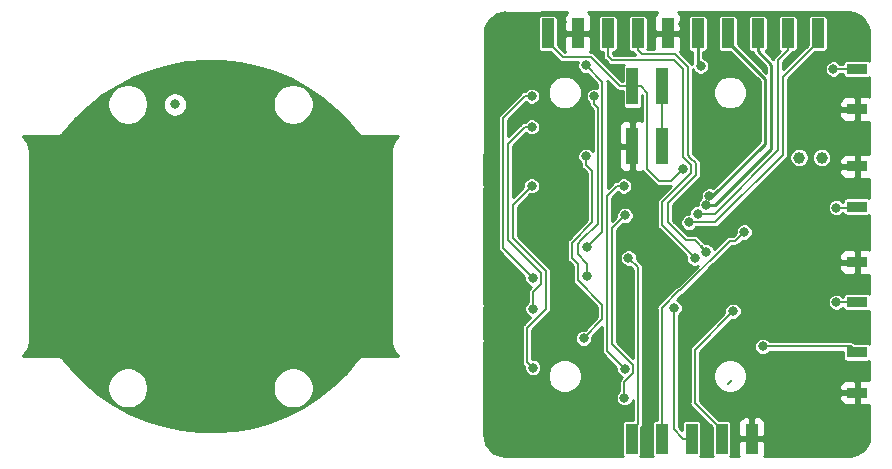
<source format=gbr>
G04 #@! TF.GenerationSoftware,KiCad,Pcbnew,(5.0.0)*
G04 #@! TF.CreationDate,2019-02-27T16:16:10+00:00*
G04 #@! TF.ProjectId,BubbleWatch,427562626C6557617463682E6B696361,rev?*
G04 #@! TF.SameCoordinates,Original*
G04 #@! TF.FileFunction,Copper,L2,Bot,Signal*
G04 #@! TF.FilePolarity,Positive*
%FSLAX46Y46*%
G04 Gerber Fmt 4.6, Leading zero omitted, Abs format (unit mm)*
G04 Created by KiCad (PCBNEW (5.0.0)) date 02/27/19 16:16:10*
%MOMM*%
%LPD*%
G01*
G04 APERTURE LIST*
G04 #@! TA.AperFunction,SMDPad,CuDef*
%ADD10R,1.700000X0.900000*%
G04 #@! TD*
G04 #@! TA.AperFunction,SMDPad,CuDef*
%ADD11R,1.000000X2.500000*%
G04 #@! TD*
G04 #@! TA.AperFunction,ComponentPad*
%ADD12C,1.000000*%
G04 #@! TD*
G04 #@! TA.AperFunction,SMDPad,CuDef*
%ADD13R,1.000000X3.150000*%
G04 #@! TD*
G04 #@! TA.AperFunction,ViaPad*
%ADD14C,0.800000*%
G04 #@! TD*
G04 #@! TA.AperFunction,Conductor*
%ADD15C,0.203200*%
G04 #@! TD*
G04 #@! TA.AperFunction,Conductor*
%ADD16C,0.250000*%
G04 #@! TD*
G04 #@! TA.AperFunction,Conductor*
%ADD17C,0.254000*%
G04 #@! TD*
G04 APERTURE END LIST*
D10*
G04 #@! TO.P,SW3,2*
G04 #@! TO.N,/BUTTON3*
X158750000Y-83750000D03*
G04 #@! TO.P,SW3,1*
G04 #@! TO.N,GND*
X158750000Y-80350000D03*
G04 #@! TD*
G04 #@! TO.P,SW2,2*
G04 #@! TO.N,/BUTTON2*
X158750000Y-75650000D03*
G04 #@! TO.P,SW2,1*
G04 #@! TO.N,GND*
X158750000Y-72250000D03*
G04 #@! TD*
G04 #@! TO.P,SW1,1*
G04 #@! TO.N,GND*
X158750000Y-67400000D03*
G04 #@! TO.P,SW1,2*
G04 #@! TO.N,/BUTTON1*
X158750000Y-64000000D03*
G04 #@! TD*
D11*
G04 #@! TO.P,J3,10*
G04 #@! TO.N,Net-(U3-Pad17)*
X155430000Y-60975000D03*
G04 #@! TO.P,J3,9*
G04 #@! TO.N,Net-(U3-Pad16)*
X152890000Y-60975000D03*
G04 #@! TO.P,J3,8*
G04 #@! TO.N,N/C*
X150350000Y-60975000D03*
G04 #@! TO.P,J3,7*
X147810000Y-60975000D03*
G04 #@! TO.P,J3,6*
X145270000Y-60975000D03*
G04 #@! TO.P,J3,5*
G04 #@! TO.N,GND*
X142730000Y-60975000D03*
G04 #@! TO.P,J3,4*
G04 #@! TO.N,/I2C1_SDA*
X140190000Y-60975000D03*
G04 #@! TO.P,J3,3*
G04 #@! TO.N,/I2C1_SCL*
X137650000Y-60975000D03*
G04 #@! TO.P,J3,2*
G04 #@! TO.N,GND*
X135110000Y-60975000D03*
G04 #@! TO.P,J3,1*
G04 #@! TO.N,+3V3*
X132570000Y-60975000D03*
G04 #@! TD*
D10*
G04 #@! TO.P,SW4,2*
G04 #@! TO.N,/BUTTON4*
X158750000Y-88000000D03*
G04 #@! TO.P,SW4,1*
G04 #@! TO.N,GND*
X158750000Y-91400000D03*
G04 #@! TD*
D12*
G04 #@! TO.P,Y1,2*
G04 #@! TO.N,/RTC_XTAL_OUT*
X153850000Y-71500000D03*
G04 #@! TO.P,Y1,1*
G04 #@! TO.N,/RTC_XTAL_IN*
X155750000Y-71500000D03*
G04 #@! TD*
D13*
G04 #@! TO.P,J2,1*
G04 #@! TO.N,+BATT*
X142270000Y-70525000D03*
G04 #@! TO.P,J2,2*
X142270000Y-65475000D03*
G04 #@! TO.P,J2,3*
G04 #@! TO.N,GND*
X139730000Y-70525000D03*
G04 #@! TO.P,J2,4*
G04 #@! TO.N,+3V3*
X139730000Y-65475000D03*
G04 #@! TD*
D11*
G04 #@! TO.P,J3,1*
G04 #@! TO.N,+3V3*
X139670000Y-95305000D03*
G04 #@! TO.P,J3,2*
G04 #@! TO.N,/RESET*
X142210000Y-95305000D03*
G04 #@! TO.P,J3,3*
G04 #@! TO.N,/SWDIO*
X144750000Y-95305000D03*
G04 #@! TO.P,J3,4*
G04 #@! TO.N,/SWDCLK*
X147290000Y-95305000D03*
G04 #@! TO.P,J3,5*
G04 #@! TO.N,GND*
X149830000Y-95305000D03*
G04 #@! TD*
D14*
G04 #@! TO.N,*
X146000000Y-75500000D03*
X146000000Y-75500000D03*
X146250000Y-74750000D03*
X145500000Y-63750000D03*
G04 #@! TO.N,GND*
X139800000Y-71600000D03*
X148800000Y-69800000D03*
X133800000Y-60000000D03*
X155800000Y-77200000D03*
X148200000Y-77000000D03*
X148200000Y-80200000D03*
X139800000Y-75400000D03*
X152000000Y-95200000D03*
X156400000Y-91400000D03*
X156800000Y-81800000D03*
X144000000Y-60200000D03*
X117000000Y-77000000D03*
X90000000Y-76000000D03*
G04 #@! TO.N,*
X101000000Y-67000000D03*
G04 #@! TO.N,+3V3*
X139750000Y-94750000D03*
X144000000Y-72500000D03*
X139400000Y-80000000D03*
G04 #@! TO.N,/SWDCLK*
X148250000Y-84505203D03*
G04 #@! TO.N,/SWDIO*
X143250000Y-84250000D03*
G04 #@! TO.N,/SEGA*
X135800000Y-63700000D03*
X135900000Y-79100000D03*
G04 #@! TO.N,/SEGB*
X135900000Y-81500000D03*
X136500000Y-66300000D03*
G04 #@! TO.N,/SEGD*
X138990000Y-73910000D03*
X139100000Y-89400000D03*
G04 #@! TO.N,/SEGC*
X131200000Y-68900000D03*
X131300000Y-84300000D03*
G04 #@! TO.N,/SEGG*
X139050000Y-91850000D03*
X139100000Y-76400000D03*
G04 #@! TO.N,/SEGDP*
X131200000Y-73900000D03*
X131300000Y-89300000D03*
G04 #@! TO.N,/SEGF*
X135600000Y-86800000D03*
X135800000Y-71400000D03*
G04 #@! TO.N,/SEGE*
X131200000Y-66300000D03*
X131300000Y-81700000D03*
G04 #@! TO.N,/BUTTON1*
X156750000Y-64000000D03*
G04 #@! TO.N,/BUTTON2*
X157000000Y-75750000D03*
G04 #@! TO.N,/BUTTON3*
X157000000Y-83750000D03*
G04 #@! TO.N,/BUTTON4*
X150750000Y-87500000D03*
G04 #@! TO.N,Net-(U3-Pad16)*
X145250000Y-76250000D03*
G04 #@! TO.N,Net-(U3-Pad17)*
X144509161Y-76990839D03*
G04 #@! TO.N,/I2C1_SCL*
X145000000Y-80000000D03*
G04 #@! TO.N,/I2C1_SDA*
X146000000Y-79500000D03*
G04 #@! TO.N,/RESET*
X142250000Y-94750000D03*
X149200000Y-77800000D03*
G04 #@! TD*
D15*
G04 #@! TO.N,*
X148150000Y-90350000D02*
X147800000Y-90700000D01*
D16*
X150350000Y-62475000D02*
X151500000Y-63625000D01*
X150350000Y-60975000D02*
X150350000Y-62475000D01*
X151500000Y-63625000D02*
X151500000Y-70750000D01*
X151500000Y-70750000D02*
X146750000Y-75500000D01*
X146750000Y-75500000D02*
X146000000Y-75500000D01*
X146500000Y-74750000D02*
X146250000Y-74750000D01*
X150925000Y-70325000D02*
X146500000Y-74750000D01*
X150950000Y-70325000D02*
X150925000Y-70325000D01*
X150950000Y-64865000D02*
X150950000Y-70325000D01*
X147810000Y-60975000D02*
X147810000Y-61725000D01*
X147810000Y-61725000D02*
X150950000Y-64865000D01*
X145270000Y-63520000D02*
X145500000Y-63750000D01*
X145270000Y-60975000D02*
X145270000Y-63520000D01*
D15*
G04 #@! TO.N,+BATT*
X142270000Y-67253200D02*
X142270000Y-70525000D01*
X142270000Y-65475000D02*
X142270000Y-67253200D01*
G04 #@! TO.N,+3V3*
X139700000Y-65000000D02*
X139700000Y-65565685D01*
X140433200Y-65475000D02*
X141000000Y-66041800D01*
X139730000Y-65475000D02*
X140433200Y-65475000D01*
X141000000Y-66041800D02*
X141000000Y-72500000D01*
X141000000Y-72500000D02*
X142000000Y-73500000D01*
X142000000Y-73500000D02*
X143000000Y-73500000D01*
X143000000Y-73500000D02*
X144000000Y-72500000D01*
X144000000Y-72500000D02*
X144000000Y-72500000D01*
X140204811Y-94020189D02*
X140204811Y-80804811D01*
X139670000Y-95305000D02*
X139670000Y-94555000D01*
X139670000Y-94555000D02*
X140204811Y-94020189D01*
X140204811Y-80804811D02*
X139400000Y-80000000D01*
X139400000Y-80000000D02*
X139400000Y-80000000D01*
X133843399Y-62998399D02*
X136198399Y-62998399D01*
X132570000Y-60975000D02*
X132570000Y-61725000D01*
X132570000Y-61725000D02*
X133843399Y-62998399D01*
X138675000Y-65475000D02*
X139730000Y-65475000D01*
X136198399Y-62998399D02*
X138675000Y-65475000D01*
G04 #@! TO.N,/SWDCLK*
X148250000Y-84505203D02*
X145000000Y-87755203D01*
X147290000Y-94555000D02*
X147290000Y-95305000D01*
X145000000Y-92265000D02*
X147290000Y-94555000D01*
X145000000Y-87755203D02*
X145000000Y-92265000D01*
G04 #@! TO.N,/SWDIO*
X144046800Y-95305000D02*
X144750000Y-95305000D01*
X143250000Y-94508200D02*
X144046800Y-95305000D01*
X143250000Y-84250000D02*
X143250000Y-94508200D01*
G04 #@! TO.N,/SEGA*
X135900000Y-79100000D02*
X135900000Y-79100000D01*
X137200000Y-77800000D02*
X135900000Y-79100000D01*
X135800000Y-63700000D02*
X137200000Y-65100000D01*
X137200000Y-65100000D02*
X137200000Y-77800000D01*
G04 #@! TO.N,/SEGB*
X136796790Y-67296790D02*
X136796790Y-77103210D01*
X136796790Y-77103210D02*
X135400000Y-78500000D01*
X135400000Y-78500000D02*
X135100000Y-78800000D01*
X135100000Y-78800000D02*
X135100000Y-79400000D01*
X135100000Y-79400000D02*
X135100000Y-79700000D01*
X135100000Y-79700000D02*
X135900000Y-80500000D01*
X135900000Y-80500000D02*
X135900000Y-81400000D01*
X135900000Y-81400000D02*
X135900000Y-81500000D01*
X136500000Y-67000000D02*
X136500000Y-66300000D01*
X136796790Y-67296790D02*
X136500000Y-67000000D01*
X136500000Y-66300000D02*
X136500000Y-66300000D01*
G04 #@! TO.N,/SEGD*
X138424315Y-73910000D02*
X137603210Y-74731105D01*
X138990000Y-73910000D02*
X138424315Y-73910000D01*
X137603210Y-74731105D02*
X137603210Y-75000000D01*
X137603210Y-85096790D02*
X137600000Y-85100000D01*
X137603210Y-75000000D02*
X137603210Y-85096790D01*
X137600000Y-85100000D02*
X137600000Y-87900000D01*
X137600000Y-87900000D02*
X139100000Y-89400000D01*
X139100000Y-89400000D02*
X139100000Y-89400000D01*
G04 #@! TO.N,/SEGC*
X131300000Y-82900000D02*
X131300000Y-84300000D01*
X132001601Y-82198399D02*
X131300000Y-82900000D01*
X130634315Y-68900000D02*
X129203210Y-70331105D01*
X132001601Y-81363231D02*
X132001601Y-82198399D01*
X129203210Y-78503210D02*
X132000000Y-81300000D01*
X131200000Y-68900000D02*
X130634315Y-68900000D01*
X132000000Y-81300000D02*
X132000000Y-81361630D01*
X129203210Y-70331105D02*
X129203210Y-78503210D01*
X132000000Y-81361630D02*
X132001601Y-81363231D01*
G04 #@! TO.N,/SEGG*
X139050000Y-90488370D02*
X139700000Y-89838370D01*
X139050000Y-91850000D02*
X139050000Y-90488370D01*
X139801601Y-89736769D02*
X139801601Y-89701601D01*
X139700000Y-89838370D02*
X139801601Y-89736769D01*
X139801601Y-89063231D02*
X139800000Y-89061630D01*
X139801601Y-89701601D02*
X139801601Y-89063231D01*
X139800000Y-89061630D02*
X138003210Y-87264840D01*
X138003210Y-87264840D02*
X138003210Y-86900000D01*
X138003210Y-85267015D02*
X138006420Y-85263805D01*
X138003210Y-86900000D02*
X138003210Y-85267015D01*
X138006420Y-85263805D02*
X138006420Y-77500000D01*
X138006420Y-77500000D02*
X138006420Y-77493580D01*
X138006420Y-77493580D02*
X139100000Y-76400000D01*
X139100000Y-76400000D02*
X139100000Y-76400000D01*
G04 #@! TO.N,/SEGDP*
X130800000Y-88800000D02*
X131300000Y-89300000D01*
X129606420Y-75493580D02*
X129606420Y-78306420D01*
X131200000Y-73900000D02*
X129606420Y-75493580D01*
X129606420Y-78306420D02*
X132404811Y-81104811D01*
X132404811Y-81104811D02*
X132404811Y-84295189D01*
X132404811Y-84295189D02*
X130800000Y-85900000D01*
X130800000Y-85900000D02*
X130800000Y-88800000D01*
G04 #@! TO.N,/SEGF*
X135600000Y-86800000D02*
X135600000Y-86800000D01*
X135800000Y-72152845D02*
X135800000Y-71400000D01*
X134600000Y-78700000D02*
X136300000Y-77000000D01*
X134600000Y-80000000D02*
X134600000Y-78700000D01*
X136300000Y-77000000D02*
X136300000Y-72652845D01*
X137196790Y-85203210D02*
X137196790Y-84932985D01*
X135600000Y-86800000D02*
X137196790Y-85203210D01*
X137196790Y-84932985D02*
X137200000Y-84929775D01*
X135100000Y-80500000D02*
X134600000Y-80000000D01*
X137200000Y-84929775D02*
X137200000Y-84000000D01*
X137200000Y-84000000D02*
X135100000Y-81900000D01*
X136300000Y-72652845D02*
X135800000Y-72152845D01*
X135100000Y-81900000D02*
X135100000Y-80500000D01*
G04 #@! TO.N,/SEGE*
X130634315Y-66300000D02*
X128800000Y-68134315D01*
X131200000Y-66300000D02*
X130634315Y-66300000D01*
X128800000Y-68134315D02*
X128800000Y-74700000D01*
X128800000Y-74700000D02*
X128800000Y-79200000D01*
X128800000Y-79200000D02*
X131300000Y-81700000D01*
X131300000Y-81700000D02*
X131300000Y-81700000D01*
G04 #@! TO.N,/BUTTON1*
X158750000Y-64000000D02*
X157696800Y-64000000D01*
X157696800Y-64000000D02*
X156750000Y-64000000D01*
X156750000Y-64000000D02*
X156750000Y-64000000D01*
G04 #@! TO.N,/BUTTON2*
X158650000Y-75750000D02*
X158750000Y-75650000D01*
X157000000Y-75750000D02*
X158650000Y-75750000D01*
G04 #@! TO.N,/BUTTON3*
X157000000Y-83750000D02*
X158750000Y-83750000D01*
G04 #@! TO.N,/BUTTON4*
X158250000Y-87500000D02*
X158750000Y-88000000D01*
X150750000Y-87500000D02*
X158250000Y-87500000D01*
G04 #@! TO.N,Net-(U3-Pad16)*
X152890000Y-62428200D02*
X152890000Y-60975000D01*
X152096790Y-63221410D02*
X152890000Y-62428200D01*
X152096790Y-70903210D02*
X152096790Y-63221410D01*
X146750000Y-76250000D02*
X152096790Y-70903210D01*
X145250000Y-76250000D02*
X146750000Y-76250000D01*
G04 #@! TO.N,Net-(U3-Pad17)*
X155430000Y-61725000D02*
X152500000Y-64655000D01*
X155430000Y-60975000D02*
X155430000Y-61725000D01*
X152500000Y-64655000D02*
X152500000Y-71250000D01*
X146759161Y-76990839D02*
X144509161Y-76990839D01*
X152500000Y-71250000D02*
X146759161Y-76990839D01*
G04 #@! TO.N,/I2C1_SCL*
X137650000Y-62900000D02*
X137650000Y-60975000D01*
X138000000Y-63250000D02*
X137650000Y-62900000D01*
X144701601Y-72163231D02*
X144000000Y-71461630D01*
X144000000Y-71461630D02*
X144000000Y-64000000D01*
X144000000Y-64000000D02*
X143250000Y-63250000D01*
X143250000Y-63250000D02*
X138000000Y-63250000D01*
X144701601Y-72836769D02*
X142250000Y-75288370D01*
X144701601Y-72163231D02*
X144701601Y-72836769D01*
X142250000Y-77250000D02*
X145000000Y-80000000D01*
X142250000Y-75288370D02*
X142250000Y-77250000D01*
D16*
G04 #@! TO.N,/I2C1_SDA*
X145500000Y-79000000D02*
X146000000Y-79500000D01*
D15*
X144500000Y-71358314D02*
X144500000Y-71391406D01*
X140190000Y-62428200D02*
X140511800Y-62750000D01*
X140190000Y-60975000D02*
X140190000Y-62428200D01*
X143320225Y-62750000D02*
X144403210Y-63832985D01*
X140511800Y-62750000D02*
X143320225Y-62750000D01*
X144403210Y-71294615D02*
X144608595Y-71500000D01*
X144403210Y-63832985D02*
X144403210Y-71294615D01*
X144500000Y-71391406D02*
X144608595Y-71500000D01*
X145000000Y-78500000D02*
X146000000Y-79500000D01*
X145104811Y-71996216D02*
X145104811Y-73003784D01*
X144608595Y-71500000D02*
X145104811Y-71996216D01*
X145104811Y-73003784D02*
X142750000Y-75358595D01*
X142750000Y-77000000D02*
X144250000Y-78500000D01*
X142750000Y-75358595D02*
X142750000Y-77000000D01*
X144250000Y-78500000D02*
X145000000Y-78500000D01*
G04 #@! TO.N,/RESET*
X148461630Y-78538370D02*
X149200000Y-77800000D01*
X148000000Y-78538370D02*
X148461630Y-78538370D01*
X143788370Y-82750000D02*
X148000000Y-78538370D01*
X143711630Y-82750000D02*
X143788370Y-82750000D01*
X142210000Y-95305000D02*
X142210000Y-84251630D01*
X142210000Y-84251630D02*
X143711630Y-82750000D01*
G04 #@! TD*
D17*
G04 #@! TO.N,GND*
G36*
X138342086Y-65748218D02*
X138365997Y-65784003D01*
X138411823Y-65814623D01*
X138507768Y-65878732D01*
X138675000Y-65911996D01*
X138717210Y-65903600D01*
X138896594Y-65903600D01*
X138896594Y-67050000D01*
X138921973Y-67177589D01*
X138994246Y-67285754D01*
X139102411Y-67358027D01*
X139230000Y-67383406D01*
X140230000Y-67383406D01*
X140357589Y-67358027D01*
X140465754Y-67285754D01*
X140538027Y-67177589D01*
X140563406Y-67050000D01*
X140563406Y-66211337D01*
X140571400Y-66219332D01*
X140571400Y-68404093D01*
X140356310Y-68315000D01*
X140015750Y-68315000D01*
X139857000Y-68473750D01*
X139857000Y-70398000D01*
X139877000Y-70398000D01*
X139877000Y-70652000D01*
X139857000Y-70652000D01*
X139857000Y-72576250D01*
X140015750Y-72735000D01*
X140356310Y-72735000D01*
X140589699Y-72638327D01*
X140590384Y-72637642D01*
X140596269Y-72667231D01*
X140690998Y-72809003D01*
X140726785Y-72832915D01*
X141667086Y-73773218D01*
X141690997Y-73809003D01*
X141726781Y-73832913D01*
X141832768Y-73903732D01*
X142000000Y-73936996D01*
X142042210Y-73928600D01*
X142957791Y-73928600D01*
X142996032Y-73936207D01*
X141976787Y-74955453D01*
X141940997Y-74979367D01*
X141846268Y-75121140D01*
X141827995Y-75213005D01*
X141813004Y-75288370D01*
X141821400Y-75330579D01*
X141821401Y-77207787D01*
X141813004Y-77250000D01*
X141838153Y-77376430D01*
X141846269Y-77417231D01*
X141940998Y-77559003D01*
X141976785Y-77582915D01*
X144273000Y-79879132D01*
X144273000Y-80144609D01*
X144383679Y-80411813D01*
X144588187Y-80616321D01*
X144855391Y-80727000D01*
X145144609Y-80727000D01*
X145248111Y-80684128D01*
X143596295Y-82335945D01*
X143544398Y-82346268D01*
X143515420Y-82365631D01*
X143402627Y-82440997D01*
X143378717Y-82476782D01*
X141936785Y-83918715D01*
X141900998Y-83942627D01*
X141862663Y-84000000D01*
X141806269Y-84084399D01*
X141773004Y-84251630D01*
X141781401Y-84293844D01*
X141781400Y-93721594D01*
X141710000Y-93721594D01*
X141582411Y-93746973D01*
X141474246Y-93819246D01*
X141401973Y-93927411D01*
X141376594Y-94055000D01*
X141376594Y-96555000D01*
X141401973Y-96682589D01*
X141474246Y-96790754D01*
X141485090Y-96798000D01*
X140394910Y-96798000D01*
X140405754Y-96790754D01*
X140478027Y-96682589D01*
X140503406Y-96555000D01*
X140503406Y-94336146D01*
X140513814Y-94329192D01*
X140608543Y-94187420D01*
X140633411Y-94062399D01*
X140633411Y-94062398D01*
X140641807Y-94020189D01*
X140633411Y-93977980D01*
X140633411Y-80847021D01*
X140641807Y-80804811D01*
X140608543Y-80637579D01*
X140537724Y-80531592D01*
X140513814Y-80495808D01*
X140478029Y-80471897D01*
X140127000Y-80120869D01*
X140127000Y-79855391D01*
X140016321Y-79588187D01*
X139811813Y-79383679D01*
X139544609Y-79273000D01*
X139255391Y-79273000D01*
X138988187Y-79383679D01*
X138783679Y-79588187D01*
X138673000Y-79855391D01*
X138673000Y-80144609D01*
X138783679Y-80411813D01*
X138988187Y-80616321D01*
X139255391Y-80727000D01*
X139520869Y-80727000D01*
X139776212Y-80982344D01*
X139776211Y-88431710D01*
X138431810Y-87087310D01*
X138431810Y-85322153D01*
X138435020Y-85306015D01*
X138435020Y-85306014D01*
X138443416Y-85263805D01*
X138435020Y-85221595D01*
X138435020Y-77671110D01*
X138979131Y-77127000D01*
X139244609Y-77127000D01*
X139511813Y-77016321D01*
X139716321Y-76811813D01*
X139827000Y-76544609D01*
X139827000Y-76255391D01*
X139716321Y-75988187D01*
X139511813Y-75783679D01*
X139244609Y-75673000D01*
X138955391Y-75673000D01*
X138688187Y-75783679D01*
X138483679Y-75988187D01*
X138373000Y-76255391D01*
X138373000Y-76520869D01*
X138031810Y-76862059D01*
X138031810Y-74908635D01*
X138496156Y-74444290D01*
X138578187Y-74526321D01*
X138845391Y-74637000D01*
X139134609Y-74637000D01*
X139401813Y-74526321D01*
X139606321Y-74321813D01*
X139717000Y-74054609D01*
X139717000Y-73765391D01*
X139606321Y-73498187D01*
X139401813Y-73293679D01*
X139134609Y-73183000D01*
X138845391Y-73183000D01*
X138578187Y-73293679D01*
X138392542Y-73479324D01*
X138382106Y-73481400D01*
X138382105Y-73481400D01*
X138257084Y-73506268D01*
X138115312Y-73600997D01*
X138091401Y-73636782D01*
X137628600Y-74099584D01*
X137628600Y-70810750D01*
X138595000Y-70810750D01*
X138595000Y-72226309D01*
X138691673Y-72459698D01*
X138870301Y-72638327D01*
X139103690Y-72735000D01*
X139444250Y-72735000D01*
X139603000Y-72576250D01*
X139603000Y-70652000D01*
X138753750Y-70652000D01*
X138595000Y-70810750D01*
X137628600Y-70810750D01*
X137628600Y-68823691D01*
X138595000Y-68823691D01*
X138595000Y-70239250D01*
X138753750Y-70398000D01*
X139603000Y-70398000D01*
X139603000Y-68473750D01*
X139444250Y-68315000D01*
X139103690Y-68315000D01*
X138870301Y-68411673D01*
X138691673Y-68590302D01*
X138595000Y-68823691D01*
X137628600Y-68823691D01*
X137628600Y-65142209D01*
X137636996Y-65100000D01*
X137628600Y-65057790D01*
X137622875Y-65029006D01*
X138342086Y-65748218D01*
X138342086Y-65748218D01*
G37*
X138342086Y-65748218D02*
X138365997Y-65784003D01*
X138411823Y-65814623D01*
X138507768Y-65878732D01*
X138675000Y-65911996D01*
X138717210Y-65903600D01*
X138896594Y-65903600D01*
X138896594Y-67050000D01*
X138921973Y-67177589D01*
X138994246Y-67285754D01*
X139102411Y-67358027D01*
X139230000Y-67383406D01*
X140230000Y-67383406D01*
X140357589Y-67358027D01*
X140465754Y-67285754D01*
X140538027Y-67177589D01*
X140563406Y-67050000D01*
X140563406Y-66211337D01*
X140571400Y-66219332D01*
X140571400Y-68404093D01*
X140356310Y-68315000D01*
X140015750Y-68315000D01*
X139857000Y-68473750D01*
X139857000Y-70398000D01*
X139877000Y-70398000D01*
X139877000Y-70652000D01*
X139857000Y-70652000D01*
X139857000Y-72576250D01*
X140015750Y-72735000D01*
X140356310Y-72735000D01*
X140589699Y-72638327D01*
X140590384Y-72637642D01*
X140596269Y-72667231D01*
X140690998Y-72809003D01*
X140726785Y-72832915D01*
X141667086Y-73773218D01*
X141690997Y-73809003D01*
X141726781Y-73832913D01*
X141832768Y-73903732D01*
X142000000Y-73936996D01*
X142042210Y-73928600D01*
X142957791Y-73928600D01*
X142996032Y-73936207D01*
X141976787Y-74955453D01*
X141940997Y-74979367D01*
X141846268Y-75121140D01*
X141827995Y-75213005D01*
X141813004Y-75288370D01*
X141821400Y-75330579D01*
X141821401Y-77207787D01*
X141813004Y-77250000D01*
X141838153Y-77376430D01*
X141846269Y-77417231D01*
X141940998Y-77559003D01*
X141976785Y-77582915D01*
X144273000Y-79879132D01*
X144273000Y-80144609D01*
X144383679Y-80411813D01*
X144588187Y-80616321D01*
X144855391Y-80727000D01*
X145144609Y-80727000D01*
X145248111Y-80684128D01*
X143596295Y-82335945D01*
X143544398Y-82346268D01*
X143515420Y-82365631D01*
X143402627Y-82440997D01*
X143378717Y-82476782D01*
X141936785Y-83918715D01*
X141900998Y-83942627D01*
X141862663Y-84000000D01*
X141806269Y-84084399D01*
X141773004Y-84251630D01*
X141781401Y-84293844D01*
X141781400Y-93721594D01*
X141710000Y-93721594D01*
X141582411Y-93746973D01*
X141474246Y-93819246D01*
X141401973Y-93927411D01*
X141376594Y-94055000D01*
X141376594Y-96555000D01*
X141401973Y-96682589D01*
X141474246Y-96790754D01*
X141485090Y-96798000D01*
X140394910Y-96798000D01*
X140405754Y-96790754D01*
X140478027Y-96682589D01*
X140503406Y-96555000D01*
X140503406Y-94336146D01*
X140513814Y-94329192D01*
X140608543Y-94187420D01*
X140633411Y-94062399D01*
X140633411Y-94062398D01*
X140641807Y-94020189D01*
X140633411Y-93977980D01*
X140633411Y-80847021D01*
X140641807Y-80804811D01*
X140608543Y-80637579D01*
X140537724Y-80531592D01*
X140513814Y-80495808D01*
X140478029Y-80471897D01*
X140127000Y-80120869D01*
X140127000Y-79855391D01*
X140016321Y-79588187D01*
X139811813Y-79383679D01*
X139544609Y-79273000D01*
X139255391Y-79273000D01*
X138988187Y-79383679D01*
X138783679Y-79588187D01*
X138673000Y-79855391D01*
X138673000Y-80144609D01*
X138783679Y-80411813D01*
X138988187Y-80616321D01*
X139255391Y-80727000D01*
X139520869Y-80727000D01*
X139776212Y-80982344D01*
X139776211Y-88431710D01*
X138431810Y-87087310D01*
X138431810Y-85322153D01*
X138435020Y-85306015D01*
X138435020Y-85306014D01*
X138443416Y-85263805D01*
X138435020Y-85221595D01*
X138435020Y-77671110D01*
X138979131Y-77127000D01*
X139244609Y-77127000D01*
X139511813Y-77016321D01*
X139716321Y-76811813D01*
X139827000Y-76544609D01*
X139827000Y-76255391D01*
X139716321Y-75988187D01*
X139511813Y-75783679D01*
X139244609Y-75673000D01*
X138955391Y-75673000D01*
X138688187Y-75783679D01*
X138483679Y-75988187D01*
X138373000Y-76255391D01*
X138373000Y-76520869D01*
X138031810Y-76862059D01*
X138031810Y-74908635D01*
X138496156Y-74444290D01*
X138578187Y-74526321D01*
X138845391Y-74637000D01*
X139134609Y-74637000D01*
X139401813Y-74526321D01*
X139606321Y-74321813D01*
X139717000Y-74054609D01*
X139717000Y-73765391D01*
X139606321Y-73498187D01*
X139401813Y-73293679D01*
X139134609Y-73183000D01*
X138845391Y-73183000D01*
X138578187Y-73293679D01*
X138392542Y-73479324D01*
X138382106Y-73481400D01*
X138382105Y-73481400D01*
X138257084Y-73506268D01*
X138115312Y-73600997D01*
X138091401Y-73636782D01*
X137628600Y-74099584D01*
X137628600Y-70810750D01*
X138595000Y-70810750D01*
X138595000Y-72226309D01*
X138691673Y-72459698D01*
X138870301Y-72638327D01*
X139103690Y-72735000D01*
X139444250Y-72735000D01*
X139603000Y-72576250D01*
X139603000Y-70652000D01*
X138753750Y-70652000D01*
X138595000Y-70810750D01*
X137628600Y-70810750D01*
X137628600Y-68823691D01*
X138595000Y-68823691D01*
X138595000Y-70239250D01*
X138753750Y-70398000D01*
X139603000Y-70398000D01*
X139603000Y-68473750D01*
X139444250Y-68315000D01*
X139103690Y-68315000D01*
X138870301Y-68411673D01*
X138691673Y-68590302D01*
X138595000Y-68823691D01*
X137628600Y-68823691D01*
X137628600Y-65142209D01*
X137636996Y-65100000D01*
X137628600Y-65057790D01*
X137622875Y-65029006D01*
X138342086Y-65748218D01*
G36*
X134071673Y-59365302D02*
X133975000Y-59598691D01*
X133975000Y-60689250D01*
X134133750Y-60848000D01*
X134983000Y-60848000D01*
X134983000Y-60828000D01*
X135237000Y-60828000D01*
X135237000Y-60848000D01*
X136086250Y-60848000D01*
X136245000Y-60689250D01*
X136245000Y-59598691D01*
X136148327Y-59365302D01*
X135985026Y-59202000D01*
X141854974Y-59202000D01*
X141691673Y-59365302D01*
X141595000Y-59598691D01*
X141595000Y-60689250D01*
X141753750Y-60848000D01*
X142603000Y-60848000D01*
X142603000Y-60828000D01*
X142857000Y-60828000D01*
X142857000Y-60848000D01*
X143706250Y-60848000D01*
X143865000Y-60689250D01*
X143865000Y-59598691D01*
X143768327Y-59365302D01*
X143605026Y-59202000D01*
X157985609Y-59202000D01*
X158504061Y-59276248D01*
X158967599Y-59487006D01*
X159353356Y-59819396D01*
X159630312Y-60246688D01*
X159778213Y-60741234D01*
X159790391Y-60905114D01*
X159786171Y-60911430D01*
X159773000Y-60977645D01*
X159773001Y-63022356D01*
X159786172Y-63088571D01*
X159798000Y-63106273D01*
X159798000Y-63289020D01*
X159727589Y-63241973D01*
X159600000Y-63216594D01*
X157900000Y-63216594D01*
X157772411Y-63241973D01*
X157664246Y-63314246D01*
X157591973Y-63422411D01*
X157566594Y-63550000D01*
X157566594Y-63571400D01*
X157349534Y-63571400D01*
X157161813Y-63383679D01*
X156894609Y-63273000D01*
X156605391Y-63273000D01*
X156338187Y-63383679D01*
X156133679Y-63588187D01*
X156023000Y-63855391D01*
X156023000Y-64144609D01*
X156133679Y-64411813D01*
X156338187Y-64616321D01*
X156605391Y-64727000D01*
X156894609Y-64727000D01*
X157161813Y-64616321D01*
X157349534Y-64428600D01*
X157566594Y-64428600D01*
X157566594Y-64450000D01*
X157591973Y-64577589D01*
X157664246Y-64685754D01*
X157772411Y-64758027D01*
X157900000Y-64783406D01*
X159600000Y-64783406D01*
X159727589Y-64758027D01*
X159798000Y-64710980D01*
X159798000Y-66344695D01*
X159726310Y-66315000D01*
X159035750Y-66315000D01*
X158877000Y-66473750D01*
X158877000Y-67273000D01*
X158897000Y-67273000D01*
X158897000Y-67527000D01*
X158877000Y-67527000D01*
X158877000Y-68326250D01*
X159035750Y-68485000D01*
X159726310Y-68485000D01*
X159798000Y-68455305D01*
X159798000Y-71194695D01*
X159726310Y-71165000D01*
X159035750Y-71165000D01*
X158877000Y-71323750D01*
X158877000Y-72123000D01*
X158897000Y-72123000D01*
X158897000Y-72377000D01*
X158877000Y-72377000D01*
X158877000Y-73176250D01*
X159035750Y-73335000D01*
X159726310Y-73335000D01*
X159798000Y-73305305D01*
X159798000Y-74939020D01*
X159727589Y-74891973D01*
X159600000Y-74866594D01*
X157900000Y-74866594D01*
X157772411Y-74891973D01*
X157664246Y-74964246D01*
X157591973Y-75072411D01*
X157566594Y-75200000D01*
X157566594Y-75288460D01*
X157411813Y-75133679D01*
X157144609Y-75023000D01*
X156855391Y-75023000D01*
X156588187Y-75133679D01*
X156383679Y-75338187D01*
X156273000Y-75605391D01*
X156273000Y-75894609D01*
X156383679Y-76161813D01*
X156588187Y-76366321D01*
X156855391Y-76477000D01*
X157144609Y-76477000D01*
X157411813Y-76366321D01*
X157585100Y-76193034D01*
X157591973Y-76227589D01*
X157664246Y-76335754D01*
X157772411Y-76408027D01*
X157900000Y-76433406D01*
X159600000Y-76433406D01*
X159727589Y-76408027D01*
X159798000Y-76360980D01*
X159798001Y-79294695D01*
X159726310Y-79265000D01*
X159035750Y-79265000D01*
X158877000Y-79423750D01*
X158877000Y-80223000D01*
X158897000Y-80223000D01*
X158897000Y-80477000D01*
X158877000Y-80477000D01*
X158877000Y-81276250D01*
X159035750Y-81435000D01*
X159726310Y-81435000D01*
X159798001Y-81405305D01*
X159798001Y-83039020D01*
X159727589Y-82991973D01*
X159600000Y-82966594D01*
X157900000Y-82966594D01*
X157772411Y-82991973D01*
X157664246Y-83064246D01*
X157591973Y-83172411D01*
X157568509Y-83290375D01*
X157411813Y-83133679D01*
X157144609Y-83023000D01*
X156855391Y-83023000D01*
X156588187Y-83133679D01*
X156383679Y-83338187D01*
X156273000Y-83605391D01*
X156273000Y-83894609D01*
X156383679Y-84161813D01*
X156588187Y-84366321D01*
X156855391Y-84477000D01*
X157144609Y-84477000D01*
X157411813Y-84366321D01*
X157568509Y-84209625D01*
X157591973Y-84327589D01*
X157664246Y-84435754D01*
X157772411Y-84508027D01*
X157900000Y-84533406D01*
X159600000Y-84533406D01*
X159727589Y-84508027D01*
X159798001Y-84460980D01*
X159798001Y-87289020D01*
X159727589Y-87241973D01*
X159600000Y-87216594D01*
X158576106Y-87216594D01*
X158559003Y-87190997D01*
X158417231Y-87096268D01*
X158292210Y-87071400D01*
X158292209Y-87071400D01*
X158250000Y-87063004D01*
X158207791Y-87071400D01*
X151349534Y-87071400D01*
X151161813Y-86883679D01*
X150894609Y-86773000D01*
X150605391Y-86773000D01*
X150338187Y-86883679D01*
X150133679Y-87088187D01*
X150023000Y-87355391D01*
X150023000Y-87644609D01*
X150133679Y-87911813D01*
X150338187Y-88116321D01*
X150605391Y-88227000D01*
X150894609Y-88227000D01*
X151161813Y-88116321D01*
X151349534Y-87928600D01*
X157566594Y-87928600D01*
X157566594Y-88450000D01*
X157591973Y-88577589D01*
X157664246Y-88685754D01*
X157772411Y-88758027D01*
X157900000Y-88783406D01*
X159600000Y-88783406D01*
X159727589Y-88758027D01*
X159798001Y-88710980D01*
X159798001Y-90344695D01*
X159726310Y-90315000D01*
X159035750Y-90315000D01*
X158877000Y-90473750D01*
X158877000Y-91273000D01*
X158897000Y-91273000D01*
X158897000Y-91527000D01*
X158877000Y-91527000D01*
X158877000Y-92326250D01*
X159035750Y-92485000D01*
X159726310Y-92485000D01*
X159798001Y-92455305D01*
X159798001Y-94985602D01*
X159723752Y-95504062D01*
X159512994Y-95967599D01*
X159180604Y-96353356D01*
X158753312Y-96630312D01*
X158258766Y-96778213D01*
X157992499Y-96798000D01*
X150916665Y-96798000D01*
X150965000Y-96681309D01*
X150965000Y-95590750D01*
X150806250Y-95432000D01*
X149957000Y-95432000D01*
X149957000Y-95452000D01*
X149703000Y-95452000D01*
X149703000Y-95432000D01*
X148853750Y-95432000D01*
X148695000Y-95590750D01*
X148695000Y-96681309D01*
X148743335Y-96798000D01*
X148014910Y-96798000D01*
X148025754Y-96790754D01*
X148098027Y-96682589D01*
X148123406Y-96555000D01*
X148123406Y-94055000D01*
X148098282Y-93928691D01*
X148695000Y-93928691D01*
X148695000Y-95019250D01*
X148853750Y-95178000D01*
X149703000Y-95178000D01*
X149703000Y-93578750D01*
X149957000Y-93578750D01*
X149957000Y-95178000D01*
X150806250Y-95178000D01*
X150965000Y-95019250D01*
X150965000Y-93928691D01*
X150868327Y-93695302D01*
X150689699Y-93516673D01*
X150456310Y-93420000D01*
X150115750Y-93420000D01*
X149957000Y-93578750D01*
X149703000Y-93578750D01*
X149544250Y-93420000D01*
X149203690Y-93420000D01*
X148970301Y-93516673D01*
X148791673Y-93695302D01*
X148695000Y-93928691D01*
X148098282Y-93928691D01*
X148098027Y-93927411D01*
X148025754Y-93819246D01*
X147917589Y-93746973D01*
X147790000Y-93721594D01*
X147062726Y-93721594D01*
X145428600Y-92087470D01*
X145428600Y-91685750D01*
X157265000Y-91685750D01*
X157265000Y-91976309D01*
X157361673Y-92209698D01*
X157540301Y-92388327D01*
X157773690Y-92485000D01*
X158464250Y-92485000D01*
X158623000Y-92326250D01*
X158623000Y-91527000D01*
X157423750Y-91527000D01*
X157265000Y-91685750D01*
X145428600Y-91685750D01*
X145428600Y-89716152D01*
X146573000Y-89716152D01*
X146573000Y-90283848D01*
X146790247Y-90808331D01*
X147191669Y-91209753D01*
X147716152Y-91427000D01*
X148283848Y-91427000D01*
X148808331Y-91209753D01*
X149194393Y-90823691D01*
X157265000Y-90823691D01*
X157265000Y-91114250D01*
X157423750Y-91273000D01*
X158623000Y-91273000D01*
X158623000Y-90473750D01*
X158464250Y-90315000D01*
X157773690Y-90315000D01*
X157540301Y-90411673D01*
X157361673Y-90590302D01*
X157265000Y-90823691D01*
X149194393Y-90823691D01*
X149209753Y-90808331D01*
X149427000Y-90283848D01*
X149427000Y-89716152D01*
X149209753Y-89191669D01*
X148808331Y-88790247D01*
X148283848Y-88573000D01*
X147716152Y-88573000D01*
X147191669Y-88790247D01*
X146790247Y-89191669D01*
X146573000Y-89716152D01*
X145428600Y-89716152D01*
X145428600Y-87932733D01*
X148129132Y-85232203D01*
X148394609Y-85232203D01*
X148661813Y-85121524D01*
X148866321Y-84917016D01*
X148977000Y-84649812D01*
X148977000Y-84360594D01*
X148866321Y-84093390D01*
X148661813Y-83888882D01*
X148394609Y-83778203D01*
X148105391Y-83778203D01*
X147838187Y-83888882D01*
X147633679Y-84093390D01*
X147523000Y-84360594D01*
X147523000Y-84626071D01*
X144726787Y-87422286D01*
X144690997Y-87446200D01*
X144596268Y-87587973D01*
X144571400Y-87712993D01*
X144563004Y-87755203D01*
X144571400Y-87797412D01*
X144571401Y-92222786D01*
X144563004Y-92265000D01*
X144584661Y-92373875D01*
X144596269Y-92432231D01*
X144690998Y-92574003D01*
X144726785Y-92597915D01*
X146456594Y-94327726D01*
X146456594Y-96555000D01*
X146481973Y-96682589D01*
X146554246Y-96790754D01*
X146565090Y-96798000D01*
X145474910Y-96798000D01*
X145485754Y-96790754D01*
X145558027Y-96682589D01*
X145583406Y-96555000D01*
X145583406Y-94055000D01*
X145558027Y-93927411D01*
X145485754Y-93819246D01*
X145377589Y-93746973D01*
X145250000Y-93721594D01*
X144250000Y-93721594D01*
X144122411Y-93746973D01*
X144014246Y-93819246D01*
X143941973Y-93927411D01*
X143916594Y-94055000D01*
X143916594Y-94568663D01*
X143678600Y-94330670D01*
X143678600Y-84849534D01*
X143866321Y-84661813D01*
X143977000Y-84394609D01*
X143977000Y-84105391D01*
X143866321Y-83838187D01*
X143661813Y-83633679D01*
X143500783Y-83566978D01*
X143903708Y-83164054D01*
X143955601Y-83153732D01*
X144097373Y-83059003D01*
X144121287Y-83023213D01*
X146508751Y-80635750D01*
X157265000Y-80635750D01*
X157265000Y-80926309D01*
X157361673Y-81159698D01*
X157540301Y-81338327D01*
X157773690Y-81435000D01*
X158464250Y-81435000D01*
X158623000Y-81276250D01*
X158623000Y-80477000D01*
X157423750Y-80477000D01*
X157265000Y-80635750D01*
X146508751Y-80635750D01*
X147370810Y-79773691D01*
X157265000Y-79773691D01*
X157265000Y-80064250D01*
X157423750Y-80223000D01*
X158623000Y-80223000D01*
X158623000Y-79423750D01*
X158464250Y-79265000D01*
X157773690Y-79265000D01*
X157540301Y-79361673D01*
X157361673Y-79540302D01*
X157265000Y-79773691D01*
X147370810Y-79773691D01*
X148177532Y-78966970D01*
X148419421Y-78966970D01*
X148461630Y-78975366D01*
X148503839Y-78966970D01*
X148503840Y-78966970D01*
X148628861Y-78942102D01*
X148770633Y-78847373D01*
X148794547Y-78811583D01*
X149079131Y-78527000D01*
X149344609Y-78527000D01*
X149611813Y-78416321D01*
X149816321Y-78211813D01*
X149927000Y-77944609D01*
X149927000Y-77655391D01*
X149816321Y-77388187D01*
X149611813Y-77183679D01*
X149344609Y-77073000D01*
X149055391Y-77073000D01*
X148788187Y-77183679D01*
X148583679Y-77388187D01*
X148473000Y-77655391D01*
X148473000Y-77920869D01*
X148284100Y-78109770D01*
X148042208Y-78109770D01*
X147999999Y-78101374D01*
X147957790Y-78109770D01*
X147832769Y-78134638D01*
X147690997Y-78229367D01*
X147667087Y-78265151D01*
X146683021Y-79249217D01*
X146616321Y-79088187D01*
X146411813Y-78883679D01*
X146144609Y-78773000D01*
X145912224Y-78773000D01*
X145788133Y-78648909D01*
X145688400Y-78582269D01*
X145332917Y-78226787D01*
X145309003Y-78190997D01*
X145167231Y-78096268D01*
X145042210Y-78071400D01*
X145042209Y-78071400D01*
X145000000Y-78063004D01*
X144957791Y-78071400D01*
X144427532Y-78071400D01*
X143202361Y-76846230D01*
X143782161Y-76846230D01*
X143782161Y-77135448D01*
X143892840Y-77402652D01*
X144097348Y-77607160D01*
X144364552Y-77717839D01*
X144653770Y-77717839D01*
X144920974Y-77607160D01*
X145108695Y-77419439D01*
X146716952Y-77419439D01*
X146759161Y-77427835D01*
X146801370Y-77419439D01*
X146801371Y-77419439D01*
X146926392Y-77394571D01*
X147068164Y-77299842D01*
X147092078Y-77264052D01*
X151820381Y-72535750D01*
X157265000Y-72535750D01*
X157265000Y-72826309D01*
X157361673Y-73059698D01*
X157540301Y-73238327D01*
X157773690Y-73335000D01*
X158464250Y-73335000D01*
X158623000Y-73176250D01*
X158623000Y-72377000D01*
X157423750Y-72377000D01*
X157265000Y-72535750D01*
X151820381Y-72535750D01*
X152773219Y-71582913D01*
X152809003Y-71559003D01*
X152903732Y-71417231D01*
X152919989Y-71335499D01*
X153023000Y-71335499D01*
X153023000Y-71664501D01*
X153148903Y-71968458D01*
X153381542Y-72201097D01*
X153685499Y-72327000D01*
X154014501Y-72327000D01*
X154318458Y-72201097D01*
X154551097Y-71968458D01*
X154677000Y-71664501D01*
X154677000Y-71335499D01*
X154923000Y-71335499D01*
X154923000Y-71664501D01*
X155048903Y-71968458D01*
X155281542Y-72201097D01*
X155585499Y-72327000D01*
X155914501Y-72327000D01*
X156218458Y-72201097D01*
X156451097Y-71968458D01*
X156573193Y-71673691D01*
X157265000Y-71673691D01*
X157265000Y-71964250D01*
X157423750Y-72123000D01*
X158623000Y-72123000D01*
X158623000Y-71323750D01*
X158464250Y-71165000D01*
X157773690Y-71165000D01*
X157540301Y-71261673D01*
X157361673Y-71440302D01*
X157265000Y-71673691D01*
X156573193Y-71673691D01*
X156577000Y-71664501D01*
X156577000Y-71335499D01*
X156451097Y-71031542D01*
X156218458Y-70798903D01*
X155914501Y-70673000D01*
X155585499Y-70673000D01*
X155281542Y-70798903D01*
X155048903Y-71031542D01*
X154923000Y-71335499D01*
X154677000Y-71335499D01*
X154551097Y-71031542D01*
X154318458Y-70798903D01*
X154014501Y-70673000D01*
X153685499Y-70673000D01*
X153381542Y-70798903D01*
X153148903Y-71031542D01*
X153023000Y-71335499D01*
X152919989Y-71335499D01*
X152928600Y-71292210D01*
X152928600Y-71292206D01*
X152936995Y-71250001D01*
X152928600Y-71207796D01*
X152928600Y-67685750D01*
X157265000Y-67685750D01*
X157265000Y-67976309D01*
X157361673Y-68209698D01*
X157540301Y-68388327D01*
X157773690Y-68485000D01*
X158464250Y-68485000D01*
X158623000Y-68326250D01*
X158623000Y-67527000D01*
X157423750Y-67527000D01*
X157265000Y-67685750D01*
X152928600Y-67685750D01*
X152928600Y-66823691D01*
X157265000Y-66823691D01*
X157265000Y-67114250D01*
X157423750Y-67273000D01*
X158623000Y-67273000D01*
X158623000Y-66473750D01*
X158464250Y-66315000D01*
X157773690Y-66315000D01*
X157540301Y-66411673D01*
X157361673Y-66590302D01*
X157265000Y-66823691D01*
X152928600Y-66823691D01*
X152928600Y-64832530D01*
X155202726Y-62558406D01*
X155930000Y-62558406D01*
X156057589Y-62533027D01*
X156165754Y-62460754D01*
X156238027Y-62352589D01*
X156263406Y-62225000D01*
X156263406Y-59725000D01*
X156238027Y-59597411D01*
X156165754Y-59489246D01*
X156057589Y-59416973D01*
X155930000Y-59391594D01*
X154930000Y-59391594D01*
X154802411Y-59416973D01*
X154694246Y-59489246D01*
X154621973Y-59597411D01*
X154596594Y-59725000D01*
X154596594Y-61952274D01*
X152525390Y-64023480D01*
X152525390Y-63398940D01*
X153163219Y-62761113D01*
X153199003Y-62737203D01*
X153293732Y-62595431D01*
X153301097Y-62558406D01*
X153390000Y-62558406D01*
X153517589Y-62533027D01*
X153625754Y-62460754D01*
X153698027Y-62352589D01*
X153723406Y-62225000D01*
X153723406Y-59725000D01*
X153698027Y-59597411D01*
X153625754Y-59489246D01*
X153517589Y-59416973D01*
X153390000Y-59391594D01*
X152390000Y-59391594D01*
X152262411Y-59416973D01*
X152154246Y-59489246D01*
X152081973Y-59597411D01*
X152056594Y-59725000D01*
X152056594Y-62225000D01*
X152081973Y-62352589D01*
X152154246Y-62460754D01*
X152212435Y-62499634D01*
X151823575Y-62888495D01*
X151787788Y-62912407D01*
X151707683Y-63032293D01*
X151693059Y-63054179D01*
X151672377Y-63158152D01*
X151019349Y-62505124D01*
X151085754Y-62460754D01*
X151158027Y-62352589D01*
X151183406Y-62225000D01*
X151183406Y-59725000D01*
X151158027Y-59597411D01*
X151085754Y-59489246D01*
X150977589Y-59416973D01*
X150850000Y-59391594D01*
X149850000Y-59391594D01*
X149722411Y-59416973D01*
X149614246Y-59489246D01*
X149541973Y-59597411D01*
X149516594Y-59725000D01*
X149516594Y-62225000D01*
X149541973Y-62352589D01*
X149614246Y-62460754D01*
X149722411Y-62533027D01*
X149850000Y-62558406D01*
X149905735Y-62558406D01*
X149924225Y-62651361D01*
X149998909Y-62763133D01*
X150024127Y-62800874D01*
X150061867Y-62826091D01*
X151048000Y-63812225D01*
X151048000Y-64323776D01*
X148643406Y-61919182D01*
X148643406Y-59725000D01*
X148618027Y-59597411D01*
X148545754Y-59489246D01*
X148437589Y-59416973D01*
X148310000Y-59391594D01*
X147310000Y-59391594D01*
X147182411Y-59416973D01*
X147074246Y-59489246D01*
X147001973Y-59597411D01*
X146976594Y-59725000D01*
X146976594Y-62225000D01*
X147001973Y-62352589D01*
X147074246Y-62460754D01*
X147182411Y-62533027D01*
X147310000Y-62558406D01*
X148004182Y-62558406D01*
X150498000Y-65052224D01*
X150498001Y-70112774D01*
X146531199Y-74079577D01*
X146394609Y-74023000D01*
X146105391Y-74023000D01*
X145838187Y-74133679D01*
X145633679Y-74338187D01*
X145523000Y-74605391D01*
X145523000Y-74894609D01*
X145538891Y-74932975D01*
X145383679Y-75088187D01*
X145273000Y-75355391D01*
X145273000Y-75523000D01*
X145105391Y-75523000D01*
X144838187Y-75633679D01*
X144633679Y-75838187D01*
X144523000Y-76105391D01*
X144523000Y-76263839D01*
X144364552Y-76263839D01*
X144097348Y-76374518D01*
X143892840Y-76579026D01*
X143782161Y-76846230D01*
X143202361Y-76846230D01*
X143178600Y-76822470D01*
X143178600Y-75536125D01*
X145378030Y-73336697D01*
X145413814Y-73312787D01*
X145471281Y-73226782D01*
X145508543Y-73171016D01*
X145541807Y-73003784D01*
X145533411Y-72961574D01*
X145533411Y-72038420D01*
X145541806Y-71996215D01*
X145533411Y-71954010D01*
X145533411Y-71954006D01*
X145508543Y-71828985D01*
X145413814Y-71687213D01*
X145378030Y-71663303D01*
X144941509Y-71226783D01*
X144899550Y-71184824D01*
X144831810Y-71083444D01*
X144831810Y-65716152D01*
X146573000Y-65716152D01*
X146573000Y-66283848D01*
X146790247Y-66808331D01*
X147191669Y-67209753D01*
X147716152Y-67427000D01*
X148283848Y-67427000D01*
X148808331Y-67209753D01*
X149209753Y-66808331D01*
X149427000Y-66283848D01*
X149427000Y-65716152D01*
X149209753Y-65191669D01*
X148808331Y-64790247D01*
X148283848Y-64573000D01*
X147716152Y-64573000D01*
X147191669Y-64790247D01*
X146790247Y-65191669D01*
X146573000Y-65716152D01*
X144831810Y-65716152D01*
X144831810Y-64036590D01*
X144883679Y-64161813D01*
X145088187Y-64366321D01*
X145355391Y-64477000D01*
X145644609Y-64477000D01*
X145911813Y-64366321D01*
X146116321Y-64161813D01*
X146227000Y-63894609D01*
X146227000Y-63605391D01*
X146116321Y-63338187D01*
X145911813Y-63133679D01*
X145722000Y-63055056D01*
X145722000Y-62558406D01*
X145770000Y-62558406D01*
X145897589Y-62533027D01*
X146005754Y-62460754D01*
X146078027Y-62352589D01*
X146103406Y-62225000D01*
X146103406Y-59725000D01*
X146078027Y-59597411D01*
X146005754Y-59489246D01*
X145897589Y-59416973D01*
X145770000Y-59391594D01*
X144770000Y-59391594D01*
X144642411Y-59416973D01*
X144534246Y-59489246D01*
X144461973Y-59597411D01*
X144436594Y-59725000D01*
X144436594Y-62225000D01*
X144461973Y-62352589D01*
X144534246Y-62460754D01*
X144642411Y-62533027D01*
X144770000Y-62558406D01*
X144818001Y-62558406D01*
X144818001Y-63475478D01*
X144809861Y-63516400D01*
X144773000Y-63605391D01*
X144773000Y-63614956D01*
X144712213Y-63523982D01*
X144676429Y-63500072D01*
X143764690Y-62588335D01*
X143768327Y-62584698D01*
X143865000Y-62351309D01*
X143865000Y-61260750D01*
X143706250Y-61102000D01*
X142857000Y-61102000D01*
X142857000Y-61122000D01*
X142603000Y-61122000D01*
X142603000Y-61102000D01*
X141753750Y-61102000D01*
X141595000Y-61260750D01*
X141595000Y-62321400D01*
X141004231Y-62321400D01*
X141023406Y-62225000D01*
X141023406Y-59725000D01*
X140998027Y-59597411D01*
X140925754Y-59489246D01*
X140817589Y-59416973D01*
X140690000Y-59391594D01*
X139690000Y-59391594D01*
X139562411Y-59416973D01*
X139454246Y-59489246D01*
X139381973Y-59597411D01*
X139356594Y-59725000D01*
X139356594Y-62225000D01*
X139381973Y-62352589D01*
X139454246Y-62460754D01*
X139562411Y-62533027D01*
X139690000Y-62558406D01*
X139778904Y-62558406D01*
X139781987Y-62573903D01*
X139786269Y-62595431D01*
X139880998Y-62737203D01*
X139916785Y-62761115D01*
X139977070Y-62821400D01*
X138177531Y-62821400D01*
X138078600Y-62722469D01*
X138078600Y-62558406D01*
X138150000Y-62558406D01*
X138277589Y-62533027D01*
X138385754Y-62460754D01*
X138458027Y-62352589D01*
X138483406Y-62225000D01*
X138483406Y-59725000D01*
X138458027Y-59597411D01*
X138385754Y-59489246D01*
X138277589Y-59416973D01*
X138150000Y-59391594D01*
X137150000Y-59391594D01*
X137022411Y-59416973D01*
X136914246Y-59489246D01*
X136841973Y-59597411D01*
X136816594Y-59725000D01*
X136816594Y-62225000D01*
X136841973Y-62352589D01*
X136914246Y-62460754D01*
X137022411Y-62533027D01*
X137150000Y-62558406D01*
X137221400Y-62558406D01*
X137221400Y-62857791D01*
X137213004Y-62900000D01*
X137221400Y-62942209D01*
X137246268Y-63067230D01*
X137340997Y-63209003D01*
X137376786Y-63232917D01*
X137667086Y-63523218D01*
X137690997Y-63559003D01*
X137832769Y-63653732D01*
X137957790Y-63678600D01*
X137957791Y-63678600D01*
X138000000Y-63686996D01*
X138042209Y-63678600D01*
X138984655Y-63678600D01*
X138921973Y-63772411D01*
X138896594Y-63900000D01*
X138896594Y-65046400D01*
X138852532Y-65046400D01*
X136531316Y-62725186D01*
X136507402Y-62689396D01*
X136365630Y-62594667D01*
X136240609Y-62569799D01*
X136240608Y-62569799D01*
X136198399Y-62561403D01*
X136156190Y-62569799D01*
X136154498Y-62569799D01*
X136245000Y-62351309D01*
X136245000Y-61260750D01*
X136086250Y-61102000D01*
X135237000Y-61102000D01*
X135237000Y-61122000D01*
X134983000Y-61122000D01*
X134983000Y-61102000D01*
X134133750Y-61102000D01*
X133975000Y-61260750D01*
X133975000Y-62351309D01*
X134065502Y-62569799D01*
X134020931Y-62569799D01*
X133403406Y-61952275D01*
X133403406Y-59725000D01*
X133378027Y-59597411D01*
X133305754Y-59489246D01*
X133197589Y-59416973D01*
X133070000Y-59391594D01*
X132070000Y-59391594D01*
X131942411Y-59416973D01*
X131834246Y-59489246D01*
X131761973Y-59597411D01*
X131736594Y-59725000D01*
X131736594Y-62225000D01*
X131761973Y-62352589D01*
X131834246Y-62460754D01*
X131942411Y-62533027D01*
X132070000Y-62558406D01*
X132797275Y-62558406D01*
X133510486Y-63271617D01*
X133534396Y-63307402D01*
X133676168Y-63402131D01*
X133801189Y-63426999D01*
X133843398Y-63435395D01*
X133885607Y-63426999D01*
X135126181Y-63426999D01*
X135073000Y-63555391D01*
X135073000Y-63844609D01*
X135183679Y-64111813D01*
X135388187Y-64316321D01*
X135655391Y-64427000D01*
X135920870Y-64427000D01*
X136771400Y-65277531D01*
X136771400Y-65625518D01*
X136644609Y-65573000D01*
X136355391Y-65573000D01*
X136088187Y-65683679D01*
X135883679Y-65888187D01*
X135773000Y-66155391D01*
X135773000Y-66444609D01*
X135883679Y-66711813D01*
X136071400Y-66899534D01*
X136071400Y-66957791D01*
X136063004Y-67000000D01*
X136071400Y-67042209D01*
X136096268Y-67167230D01*
X136190997Y-67309003D01*
X136226786Y-67332917D01*
X136368190Y-67474321D01*
X136368190Y-70940056D01*
X136211813Y-70783679D01*
X135944609Y-70673000D01*
X135655391Y-70673000D01*
X135388187Y-70783679D01*
X135183679Y-70988187D01*
X135073000Y-71255391D01*
X135073000Y-71544609D01*
X135183679Y-71811813D01*
X135371400Y-71999534D01*
X135371400Y-72110636D01*
X135363004Y-72152845D01*
X135371400Y-72195054D01*
X135396268Y-72320075D01*
X135490997Y-72461848D01*
X135526787Y-72485762D01*
X135871401Y-72830377D01*
X135871400Y-76822468D01*
X134326785Y-78367085D01*
X134290998Y-78390997D01*
X134229070Y-78483679D01*
X134196269Y-78532769D01*
X134163004Y-78700000D01*
X134171401Y-78742213D01*
X134171400Y-79957791D01*
X134163004Y-80000000D01*
X134171400Y-80042209D01*
X134196268Y-80167230D01*
X134290997Y-80309003D01*
X134326787Y-80332917D01*
X134671401Y-80677532D01*
X134671400Y-81857791D01*
X134663004Y-81900000D01*
X134671400Y-81942209D01*
X134696268Y-82067230D01*
X134790997Y-82209003D01*
X134826787Y-82232917D01*
X136771401Y-84177533D01*
X136771400Y-84874638D01*
X136759794Y-84932985D01*
X136768190Y-84975194D01*
X136768190Y-85025678D01*
X135720869Y-86073000D01*
X135455391Y-86073000D01*
X135188187Y-86183679D01*
X134983679Y-86388187D01*
X134873000Y-86655391D01*
X134873000Y-86944609D01*
X134983679Y-87211813D01*
X135188187Y-87416321D01*
X135455391Y-87527000D01*
X135744609Y-87527000D01*
X136011813Y-87416321D01*
X136216321Y-87211813D01*
X136327000Y-86944609D01*
X136327000Y-86679131D01*
X137171400Y-85834731D01*
X137171401Y-87857786D01*
X137163004Y-87900000D01*
X137186853Y-88019893D01*
X137196269Y-88067231D01*
X137290998Y-88209003D01*
X137326785Y-88232915D01*
X138373000Y-89279131D01*
X138373000Y-89544609D01*
X138483679Y-89811813D01*
X138688187Y-90016321D01*
X138849218Y-90083022D01*
X138776785Y-90155455D01*
X138740998Y-90179367D01*
X138650371Y-90315000D01*
X138646269Y-90321139D01*
X138613004Y-90488370D01*
X138621401Y-90530583D01*
X138621400Y-91250466D01*
X138433679Y-91438187D01*
X138323000Y-91705391D01*
X138323000Y-91994609D01*
X138433679Y-92261813D01*
X138638187Y-92466321D01*
X138905391Y-92577000D01*
X139194609Y-92577000D01*
X139461813Y-92466321D01*
X139666321Y-92261813D01*
X139776211Y-91996513D01*
X139776211Y-93721594D01*
X139170000Y-93721594D01*
X139042411Y-93746973D01*
X138934246Y-93819246D01*
X138861973Y-93927411D01*
X138836594Y-94055000D01*
X138836594Y-96555000D01*
X138861973Y-96682589D01*
X138934246Y-96790754D01*
X138945090Y-96798000D01*
X129014391Y-96798000D01*
X128495938Y-96723752D01*
X128032401Y-96512994D01*
X127646644Y-96180604D01*
X127369688Y-95753312D01*
X127221787Y-95258766D01*
X127202000Y-94992499D01*
X127202000Y-87106275D01*
X127213829Y-87088571D01*
X127231447Y-87000000D01*
X127213829Y-86911429D01*
X127163658Y-86836342D01*
X127127000Y-86811848D01*
X127127000Y-84188152D01*
X127163658Y-84163658D01*
X127213829Y-84088571D01*
X127231447Y-84000000D01*
X127213829Y-83911429D01*
X127202000Y-83893725D01*
X127202000Y-74106275D01*
X127213829Y-74088571D01*
X127231447Y-74000000D01*
X127213829Y-73911429D01*
X127163658Y-73836342D01*
X127127000Y-73811848D01*
X127127000Y-71188152D01*
X127163658Y-71163658D01*
X127213829Y-71088571D01*
X127231447Y-71000000D01*
X127227000Y-70977644D01*
X127227000Y-68134315D01*
X128363004Y-68134315D01*
X128371400Y-68176524D01*
X128371401Y-74657786D01*
X128371400Y-74657791D01*
X128371401Y-79157786D01*
X128363004Y-79200000D01*
X128387598Y-79323638D01*
X128396269Y-79367231D01*
X128490998Y-79509003D01*
X128526785Y-79532915D01*
X130573000Y-81579132D01*
X130573000Y-81844609D01*
X130683679Y-82111813D01*
X130888187Y-82316321D01*
X131155391Y-82427000D01*
X131166869Y-82427000D01*
X131026787Y-82567083D01*
X130990997Y-82590997D01*
X130896268Y-82732770D01*
X130892841Y-82750000D01*
X130863004Y-82900000D01*
X130871400Y-82942209D01*
X130871401Y-83700465D01*
X130683679Y-83888187D01*
X130573000Y-84155391D01*
X130573000Y-84444609D01*
X130683679Y-84711813D01*
X130888187Y-84916321D01*
X131092797Y-85001073D01*
X130526787Y-85567083D01*
X130490997Y-85590997D01*
X130396268Y-85732770D01*
X130371400Y-85857790D01*
X130363004Y-85900000D01*
X130371400Y-85942209D01*
X130371401Y-88757786D01*
X130363004Y-88800000D01*
X130391960Y-88945570D01*
X130396269Y-88967231D01*
X130490998Y-89109003D01*
X130526785Y-89132915D01*
X130573000Y-89179130D01*
X130573000Y-89444609D01*
X130683679Y-89711813D01*
X130888187Y-89916321D01*
X131155391Y-90027000D01*
X131444609Y-90027000D01*
X131711813Y-89916321D01*
X131911982Y-89716152D01*
X132573000Y-89716152D01*
X132573000Y-90283848D01*
X132790247Y-90808331D01*
X133191669Y-91209753D01*
X133716152Y-91427000D01*
X134283848Y-91427000D01*
X134808331Y-91209753D01*
X135209753Y-90808331D01*
X135427000Y-90283848D01*
X135427000Y-89716152D01*
X135209753Y-89191669D01*
X134808331Y-88790247D01*
X134283848Y-88573000D01*
X133716152Y-88573000D01*
X133191669Y-88790247D01*
X132790247Y-89191669D01*
X132573000Y-89716152D01*
X131911982Y-89716152D01*
X131916321Y-89711813D01*
X132027000Y-89444609D01*
X132027000Y-89155391D01*
X131916321Y-88888187D01*
X131711813Y-88683679D01*
X131444609Y-88573000D01*
X131228600Y-88573000D01*
X131228600Y-86077530D01*
X132678029Y-84628102D01*
X132713814Y-84604192D01*
X132808543Y-84462420D01*
X132833411Y-84337399D01*
X132833411Y-84337395D01*
X132841806Y-84295190D01*
X132833411Y-84252985D01*
X132833411Y-81147021D01*
X132841807Y-81104811D01*
X132808543Y-80937579D01*
X132737724Y-80831592D01*
X132713814Y-80795808D01*
X132678030Y-80771898D01*
X130035020Y-78128890D01*
X130035020Y-75671110D01*
X131079131Y-74627000D01*
X131344609Y-74627000D01*
X131611813Y-74516321D01*
X131816321Y-74311813D01*
X131927000Y-74044609D01*
X131927000Y-73755391D01*
X131816321Y-73488187D01*
X131611813Y-73283679D01*
X131344609Y-73173000D01*
X131055391Y-73173000D01*
X130788187Y-73283679D01*
X130583679Y-73488187D01*
X130473000Y-73755391D01*
X130473000Y-74020869D01*
X129631810Y-74862060D01*
X129631810Y-70508635D01*
X130706156Y-69434290D01*
X130788187Y-69516321D01*
X131055391Y-69627000D01*
X131344609Y-69627000D01*
X131611813Y-69516321D01*
X131816321Y-69311813D01*
X131927000Y-69044609D01*
X131927000Y-68755391D01*
X131816321Y-68488187D01*
X131611813Y-68283679D01*
X131344609Y-68173000D01*
X131055391Y-68173000D01*
X130788187Y-68283679D01*
X130602542Y-68469324D01*
X130592105Y-68471400D01*
X130467084Y-68496268D01*
X130325312Y-68590997D01*
X130301402Y-68626782D01*
X129228600Y-69699585D01*
X129228600Y-68311845D01*
X130706156Y-66834290D01*
X130788187Y-66916321D01*
X131055391Y-67027000D01*
X131344609Y-67027000D01*
X131611813Y-66916321D01*
X131816321Y-66711813D01*
X131927000Y-66444609D01*
X131927000Y-66155391D01*
X131816321Y-65888187D01*
X131644286Y-65716152D01*
X132573000Y-65716152D01*
X132573000Y-66283848D01*
X132790247Y-66808331D01*
X133191669Y-67209753D01*
X133716152Y-67427000D01*
X134283848Y-67427000D01*
X134808331Y-67209753D01*
X135209753Y-66808331D01*
X135427000Y-66283848D01*
X135427000Y-65716152D01*
X135209753Y-65191669D01*
X134808331Y-64790247D01*
X134283848Y-64573000D01*
X133716152Y-64573000D01*
X133191669Y-64790247D01*
X132790247Y-65191669D01*
X132573000Y-65716152D01*
X131644286Y-65716152D01*
X131611813Y-65683679D01*
X131344609Y-65573000D01*
X131055391Y-65573000D01*
X130788187Y-65683679D01*
X130602542Y-65869324D01*
X130592105Y-65871400D01*
X130467084Y-65896268D01*
X130325312Y-65990997D01*
X130301402Y-66026781D01*
X128526787Y-67801398D01*
X128490997Y-67825312D01*
X128396268Y-67967085D01*
X128373218Y-68082966D01*
X128363004Y-68134315D01*
X127227000Y-68134315D01*
X127227000Y-60977644D01*
X127215525Y-60919953D01*
X127276248Y-60495939D01*
X127487006Y-60032401D01*
X127819396Y-59646644D01*
X128246688Y-59369688D01*
X128741234Y-59221787D01*
X128905113Y-59209609D01*
X128911429Y-59213829D01*
X128977644Y-59227000D01*
X132022356Y-59227000D01*
X132088571Y-59213829D01*
X132106275Y-59202000D01*
X134234974Y-59202000D01*
X134071673Y-59365302D01*
X134071673Y-59365302D01*
G37*
X134071673Y-59365302D02*
X133975000Y-59598691D01*
X133975000Y-60689250D01*
X134133750Y-60848000D01*
X134983000Y-60848000D01*
X134983000Y-60828000D01*
X135237000Y-60828000D01*
X135237000Y-60848000D01*
X136086250Y-60848000D01*
X136245000Y-60689250D01*
X136245000Y-59598691D01*
X136148327Y-59365302D01*
X135985026Y-59202000D01*
X141854974Y-59202000D01*
X141691673Y-59365302D01*
X141595000Y-59598691D01*
X141595000Y-60689250D01*
X141753750Y-60848000D01*
X142603000Y-60848000D01*
X142603000Y-60828000D01*
X142857000Y-60828000D01*
X142857000Y-60848000D01*
X143706250Y-60848000D01*
X143865000Y-60689250D01*
X143865000Y-59598691D01*
X143768327Y-59365302D01*
X143605026Y-59202000D01*
X157985609Y-59202000D01*
X158504061Y-59276248D01*
X158967599Y-59487006D01*
X159353356Y-59819396D01*
X159630312Y-60246688D01*
X159778213Y-60741234D01*
X159790391Y-60905114D01*
X159786171Y-60911430D01*
X159773000Y-60977645D01*
X159773001Y-63022356D01*
X159786172Y-63088571D01*
X159798000Y-63106273D01*
X159798000Y-63289020D01*
X159727589Y-63241973D01*
X159600000Y-63216594D01*
X157900000Y-63216594D01*
X157772411Y-63241973D01*
X157664246Y-63314246D01*
X157591973Y-63422411D01*
X157566594Y-63550000D01*
X157566594Y-63571400D01*
X157349534Y-63571400D01*
X157161813Y-63383679D01*
X156894609Y-63273000D01*
X156605391Y-63273000D01*
X156338187Y-63383679D01*
X156133679Y-63588187D01*
X156023000Y-63855391D01*
X156023000Y-64144609D01*
X156133679Y-64411813D01*
X156338187Y-64616321D01*
X156605391Y-64727000D01*
X156894609Y-64727000D01*
X157161813Y-64616321D01*
X157349534Y-64428600D01*
X157566594Y-64428600D01*
X157566594Y-64450000D01*
X157591973Y-64577589D01*
X157664246Y-64685754D01*
X157772411Y-64758027D01*
X157900000Y-64783406D01*
X159600000Y-64783406D01*
X159727589Y-64758027D01*
X159798000Y-64710980D01*
X159798000Y-66344695D01*
X159726310Y-66315000D01*
X159035750Y-66315000D01*
X158877000Y-66473750D01*
X158877000Y-67273000D01*
X158897000Y-67273000D01*
X158897000Y-67527000D01*
X158877000Y-67527000D01*
X158877000Y-68326250D01*
X159035750Y-68485000D01*
X159726310Y-68485000D01*
X159798000Y-68455305D01*
X159798000Y-71194695D01*
X159726310Y-71165000D01*
X159035750Y-71165000D01*
X158877000Y-71323750D01*
X158877000Y-72123000D01*
X158897000Y-72123000D01*
X158897000Y-72377000D01*
X158877000Y-72377000D01*
X158877000Y-73176250D01*
X159035750Y-73335000D01*
X159726310Y-73335000D01*
X159798000Y-73305305D01*
X159798000Y-74939020D01*
X159727589Y-74891973D01*
X159600000Y-74866594D01*
X157900000Y-74866594D01*
X157772411Y-74891973D01*
X157664246Y-74964246D01*
X157591973Y-75072411D01*
X157566594Y-75200000D01*
X157566594Y-75288460D01*
X157411813Y-75133679D01*
X157144609Y-75023000D01*
X156855391Y-75023000D01*
X156588187Y-75133679D01*
X156383679Y-75338187D01*
X156273000Y-75605391D01*
X156273000Y-75894609D01*
X156383679Y-76161813D01*
X156588187Y-76366321D01*
X156855391Y-76477000D01*
X157144609Y-76477000D01*
X157411813Y-76366321D01*
X157585100Y-76193034D01*
X157591973Y-76227589D01*
X157664246Y-76335754D01*
X157772411Y-76408027D01*
X157900000Y-76433406D01*
X159600000Y-76433406D01*
X159727589Y-76408027D01*
X159798000Y-76360980D01*
X159798001Y-79294695D01*
X159726310Y-79265000D01*
X159035750Y-79265000D01*
X158877000Y-79423750D01*
X158877000Y-80223000D01*
X158897000Y-80223000D01*
X158897000Y-80477000D01*
X158877000Y-80477000D01*
X158877000Y-81276250D01*
X159035750Y-81435000D01*
X159726310Y-81435000D01*
X159798001Y-81405305D01*
X159798001Y-83039020D01*
X159727589Y-82991973D01*
X159600000Y-82966594D01*
X157900000Y-82966594D01*
X157772411Y-82991973D01*
X157664246Y-83064246D01*
X157591973Y-83172411D01*
X157568509Y-83290375D01*
X157411813Y-83133679D01*
X157144609Y-83023000D01*
X156855391Y-83023000D01*
X156588187Y-83133679D01*
X156383679Y-83338187D01*
X156273000Y-83605391D01*
X156273000Y-83894609D01*
X156383679Y-84161813D01*
X156588187Y-84366321D01*
X156855391Y-84477000D01*
X157144609Y-84477000D01*
X157411813Y-84366321D01*
X157568509Y-84209625D01*
X157591973Y-84327589D01*
X157664246Y-84435754D01*
X157772411Y-84508027D01*
X157900000Y-84533406D01*
X159600000Y-84533406D01*
X159727589Y-84508027D01*
X159798001Y-84460980D01*
X159798001Y-87289020D01*
X159727589Y-87241973D01*
X159600000Y-87216594D01*
X158576106Y-87216594D01*
X158559003Y-87190997D01*
X158417231Y-87096268D01*
X158292210Y-87071400D01*
X158292209Y-87071400D01*
X158250000Y-87063004D01*
X158207791Y-87071400D01*
X151349534Y-87071400D01*
X151161813Y-86883679D01*
X150894609Y-86773000D01*
X150605391Y-86773000D01*
X150338187Y-86883679D01*
X150133679Y-87088187D01*
X150023000Y-87355391D01*
X150023000Y-87644609D01*
X150133679Y-87911813D01*
X150338187Y-88116321D01*
X150605391Y-88227000D01*
X150894609Y-88227000D01*
X151161813Y-88116321D01*
X151349534Y-87928600D01*
X157566594Y-87928600D01*
X157566594Y-88450000D01*
X157591973Y-88577589D01*
X157664246Y-88685754D01*
X157772411Y-88758027D01*
X157900000Y-88783406D01*
X159600000Y-88783406D01*
X159727589Y-88758027D01*
X159798001Y-88710980D01*
X159798001Y-90344695D01*
X159726310Y-90315000D01*
X159035750Y-90315000D01*
X158877000Y-90473750D01*
X158877000Y-91273000D01*
X158897000Y-91273000D01*
X158897000Y-91527000D01*
X158877000Y-91527000D01*
X158877000Y-92326250D01*
X159035750Y-92485000D01*
X159726310Y-92485000D01*
X159798001Y-92455305D01*
X159798001Y-94985602D01*
X159723752Y-95504062D01*
X159512994Y-95967599D01*
X159180604Y-96353356D01*
X158753312Y-96630312D01*
X158258766Y-96778213D01*
X157992499Y-96798000D01*
X150916665Y-96798000D01*
X150965000Y-96681309D01*
X150965000Y-95590750D01*
X150806250Y-95432000D01*
X149957000Y-95432000D01*
X149957000Y-95452000D01*
X149703000Y-95452000D01*
X149703000Y-95432000D01*
X148853750Y-95432000D01*
X148695000Y-95590750D01*
X148695000Y-96681309D01*
X148743335Y-96798000D01*
X148014910Y-96798000D01*
X148025754Y-96790754D01*
X148098027Y-96682589D01*
X148123406Y-96555000D01*
X148123406Y-94055000D01*
X148098282Y-93928691D01*
X148695000Y-93928691D01*
X148695000Y-95019250D01*
X148853750Y-95178000D01*
X149703000Y-95178000D01*
X149703000Y-93578750D01*
X149957000Y-93578750D01*
X149957000Y-95178000D01*
X150806250Y-95178000D01*
X150965000Y-95019250D01*
X150965000Y-93928691D01*
X150868327Y-93695302D01*
X150689699Y-93516673D01*
X150456310Y-93420000D01*
X150115750Y-93420000D01*
X149957000Y-93578750D01*
X149703000Y-93578750D01*
X149544250Y-93420000D01*
X149203690Y-93420000D01*
X148970301Y-93516673D01*
X148791673Y-93695302D01*
X148695000Y-93928691D01*
X148098282Y-93928691D01*
X148098027Y-93927411D01*
X148025754Y-93819246D01*
X147917589Y-93746973D01*
X147790000Y-93721594D01*
X147062726Y-93721594D01*
X145428600Y-92087470D01*
X145428600Y-91685750D01*
X157265000Y-91685750D01*
X157265000Y-91976309D01*
X157361673Y-92209698D01*
X157540301Y-92388327D01*
X157773690Y-92485000D01*
X158464250Y-92485000D01*
X158623000Y-92326250D01*
X158623000Y-91527000D01*
X157423750Y-91527000D01*
X157265000Y-91685750D01*
X145428600Y-91685750D01*
X145428600Y-89716152D01*
X146573000Y-89716152D01*
X146573000Y-90283848D01*
X146790247Y-90808331D01*
X147191669Y-91209753D01*
X147716152Y-91427000D01*
X148283848Y-91427000D01*
X148808331Y-91209753D01*
X149194393Y-90823691D01*
X157265000Y-90823691D01*
X157265000Y-91114250D01*
X157423750Y-91273000D01*
X158623000Y-91273000D01*
X158623000Y-90473750D01*
X158464250Y-90315000D01*
X157773690Y-90315000D01*
X157540301Y-90411673D01*
X157361673Y-90590302D01*
X157265000Y-90823691D01*
X149194393Y-90823691D01*
X149209753Y-90808331D01*
X149427000Y-90283848D01*
X149427000Y-89716152D01*
X149209753Y-89191669D01*
X148808331Y-88790247D01*
X148283848Y-88573000D01*
X147716152Y-88573000D01*
X147191669Y-88790247D01*
X146790247Y-89191669D01*
X146573000Y-89716152D01*
X145428600Y-89716152D01*
X145428600Y-87932733D01*
X148129132Y-85232203D01*
X148394609Y-85232203D01*
X148661813Y-85121524D01*
X148866321Y-84917016D01*
X148977000Y-84649812D01*
X148977000Y-84360594D01*
X148866321Y-84093390D01*
X148661813Y-83888882D01*
X148394609Y-83778203D01*
X148105391Y-83778203D01*
X147838187Y-83888882D01*
X147633679Y-84093390D01*
X147523000Y-84360594D01*
X147523000Y-84626071D01*
X144726787Y-87422286D01*
X144690997Y-87446200D01*
X144596268Y-87587973D01*
X144571400Y-87712993D01*
X144563004Y-87755203D01*
X144571400Y-87797412D01*
X144571401Y-92222786D01*
X144563004Y-92265000D01*
X144584661Y-92373875D01*
X144596269Y-92432231D01*
X144690998Y-92574003D01*
X144726785Y-92597915D01*
X146456594Y-94327726D01*
X146456594Y-96555000D01*
X146481973Y-96682589D01*
X146554246Y-96790754D01*
X146565090Y-96798000D01*
X145474910Y-96798000D01*
X145485754Y-96790754D01*
X145558027Y-96682589D01*
X145583406Y-96555000D01*
X145583406Y-94055000D01*
X145558027Y-93927411D01*
X145485754Y-93819246D01*
X145377589Y-93746973D01*
X145250000Y-93721594D01*
X144250000Y-93721594D01*
X144122411Y-93746973D01*
X144014246Y-93819246D01*
X143941973Y-93927411D01*
X143916594Y-94055000D01*
X143916594Y-94568663D01*
X143678600Y-94330670D01*
X143678600Y-84849534D01*
X143866321Y-84661813D01*
X143977000Y-84394609D01*
X143977000Y-84105391D01*
X143866321Y-83838187D01*
X143661813Y-83633679D01*
X143500783Y-83566978D01*
X143903708Y-83164054D01*
X143955601Y-83153732D01*
X144097373Y-83059003D01*
X144121287Y-83023213D01*
X146508751Y-80635750D01*
X157265000Y-80635750D01*
X157265000Y-80926309D01*
X157361673Y-81159698D01*
X157540301Y-81338327D01*
X157773690Y-81435000D01*
X158464250Y-81435000D01*
X158623000Y-81276250D01*
X158623000Y-80477000D01*
X157423750Y-80477000D01*
X157265000Y-80635750D01*
X146508751Y-80635750D01*
X147370810Y-79773691D01*
X157265000Y-79773691D01*
X157265000Y-80064250D01*
X157423750Y-80223000D01*
X158623000Y-80223000D01*
X158623000Y-79423750D01*
X158464250Y-79265000D01*
X157773690Y-79265000D01*
X157540301Y-79361673D01*
X157361673Y-79540302D01*
X157265000Y-79773691D01*
X147370810Y-79773691D01*
X148177532Y-78966970D01*
X148419421Y-78966970D01*
X148461630Y-78975366D01*
X148503839Y-78966970D01*
X148503840Y-78966970D01*
X148628861Y-78942102D01*
X148770633Y-78847373D01*
X148794547Y-78811583D01*
X149079131Y-78527000D01*
X149344609Y-78527000D01*
X149611813Y-78416321D01*
X149816321Y-78211813D01*
X149927000Y-77944609D01*
X149927000Y-77655391D01*
X149816321Y-77388187D01*
X149611813Y-77183679D01*
X149344609Y-77073000D01*
X149055391Y-77073000D01*
X148788187Y-77183679D01*
X148583679Y-77388187D01*
X148473000Y-77655391D01*
X148473000Y-77920869D01*
X148284100Y-78109770D01*
X148042208Y-78109770D01*
X147999999Y-78101374D01*
X147957790Y-78109770D01*
X147832769Y-78134638D01*
X147690997Y-78229367D01*
X147667087Y-78265151D01*
X146683021Y-79249217D01*
X146616321Y-79088187D01*
X146411813Y-78883679D01*
X146144609Y-78773000D01*
X145912224Y-78773000D01*
X145788133Y-78648909D01*
X145688400Y-78582269D01*
X145332917Y-78226787D01*
X145309003Y-78190997D01*
X145167231Y-78096268D01*
X145042210Y-78071400D01*
X145042209Y-78071400D01*
X145000000Y-78063004D01*
X144957791Y-78071400D01*
X144427532Y-78071400D01*
X143202361Y-76846230D01*
X143782161Y-76846230D01*
X143782161Y-77135448D01*
X143892840Y-77402652D01*
X144097348Y-77607160D01*
X144364552Y-77717839D01*
X144653770Y-77717839D01*
X144920974Y-77607160D01*
X145108695Y-77419439D01*
X146716952Y-77419439D01*
X146759161Y-77427835D01*
X146801370Y-77419439D01*
X146801371Y-77419439D01*
X146926392Y-77394571D01*
X147068164Y-77299842D01*
X147092078Y-77264052D01*
X151820381Y-72535750D01*
X157265000Y-72535750D01*
X157265000Y-72826309D01*
X157361673Y-73059698D01*
X157540301Y-73238327D01*
X157773690Y-73335000D01*
X158464250Y-73335000D01*
X158623000Y-73176250D01*
X158623000Y-72377000D01*
X157423750Y-72377000D01*
X157265000Y-72535750D01*
X151820381Y-72535750D01*
X152773219Y-71582913D01*
X152809003Y-71559003D01*
X152903732Y-71417231D01*
X152919989Y-71335499D01*
X153023000Y-71335499D01*
X153023000Y-71664501D01*
X153148903Y-71968458D01*
X153381542Y-72201097D01*
X153685499Y-72327000D01*
X154014501Y-72327000D01*
X154318458Y-72201097D01*
X154551097Y-71968458D01*
X154677000Y-71664501D01*
X154677000Y-71335499D01*
X154923000Y-71335499D01*
X154923000Y-71664501D01*
X155048903Y-71968458D01*
X155281542Y-72201097D01*
X155585499Y-72327000D01*
X155914501Y-72327000D01*
X156218458Y-72201097D01*
X156451097Y-71968458D01*
X156573193Y-71673691D01*
X157265000Y-71673691D01*
X157265000Y-71964250D01*
X157423750Y-72123000D01*
X158623000Y-72123000D01*
X158623000Y-71323750D01*
X158464250Y-71165000D01*
X157773690Y-71165000D01*
X157540301Y-71261673D01*
X157361673Y-71440302D01*
X157265000Y-71673691D01*
X156573193Y-71673691D01*
X156577000Y-71664501D01*
X156577000Y-71335499D01*
X156451097Y-71031542D01*
X156218458Y-70798903D01*
X155914501Y-70673000D01*
X155585499Y-70673000D01*
X155281542Y-70798903D01*
X155048903Y-71031542D01*
X154923000Y-71335499D01*
X154677000Y-71335499D01*
X154551097Y-71031542D01*
X154318458Y-70798903D01*
X154014501Y-70673000D01*
X153685499Y-70673000D01*
X153381542Y-70798903D01*
X153148903Y-71031542D01*
X153023000Y-71335499D01*
X152919989Y-71335499D01*
X152928600Y-71292210D01*
X152928600Y-71292206D01*
X152936995Y-71250001D01*
X152928600Y-71207796D01*
X152928600Y-67685750D01*
X157265000Y-67685750D01*
X157265000Y-67976309D01*
X157361673Y-68209698D01*
X157540301Y-68388327D01*
X157773690Y-68485000D01*
X158464250Y-68485000D01*
X158623000Y-68326250D01*
X158623000Y-67527000D01*
X157423750Y-67527000D01*
X157265000Y-67685750D01*
X152928600Y-67685750D01*
X152928600Y-66823691D01*
X157265000Y-66823691D01*
X157265000Y-67114250D01*
X157423750Y-67273000D01*
X158623000Y-67273000D01*
X158623000Y-66473750D01*
X158464250Y-66315000D01*
X157773690Y-66315000D01*
X157540301Y-66411673D01*
X157361673Y-66590302D01*
X157265000Y-66823691D01*
X152928600Y-66823691D01*
X152928600Y-64832530D01*
X155202726Y-62558406D01*
X155930000Y-62558406D01*
X156057589Y-62533027D01*
X156165754Y-62460754D01*
X156238027Y-62352589D01*
X156263406Y-62225000D01*
X156263406Y-59725000D01*
X156238027Y-59597411D01*
X156165754Y-59489246D01*
X156057589Y-59416973D01*
X155930000Y-59391594D01*
X154930000Y-59391594D01*
X154802411Y-59416973D01*
X154694246Y-59489246D01*
X154621973Y-59597411D01*
X154596594Y-59725000D01*
X154596594Y-61952274D01*
X152525390Y-64023480D01*
X152525390Y-63398940D01*
X153163219Y-62761113D01*
X153199003Y-62737203D01*
X153293732Y-62595431D01*
X153301097Y-62558406D01*
X153390000Y-62558406D01*
X153517589Y-62533027D01*
X153625754Y-62460754D01*
X153698027Y-62352589D01*
X153723406Y-62225000D01*
X153723406Y-59725000D01*
X153698027Y-59597411D01*
X153625754Y-59489246D01*
X153517589Y-59416973D01*
X153390000Y-59391594D01*
X152390000Y-59391594D01*
X152262411Y-59416973D01*
X152154246Y-59489246D01*
X152081973Y-59597411D01*
X152056594Y-59725000D01*
X152056594Y-62225000D01*
X152081973Y-62352589D01*
X152154246Y-62460754D01*
X152212435Y-62499634D01*
X151823575Y-62888495D01*
X151787788Y-62912407D01*
X151707683Y-63032293D01*
X151693059Y-63054179D01*
X151672377Y-63158152D01*
X151019349Y-62505124D01*
X151085754Y-62460754D01*
X151158027Y-62352589D01*
X151183406Y-62225000D01*
X151183406Y-59725000D01*
X151158027Y-59597411D01*
X151085754Y-59489246D01*
X150977589Y-59416973D01*
X150850000Y-59391594D01*
X149850000Y-59391594D01*
X149722411Y-59416973D01*
X149614246Y-59489246D01*
X149541973Y-59597411D01*
X149516594Y-59725000D01*
X149516594Y-62225000D01*
X149541973Y-62352589D01*
X149614246Y-62460754D01*
X149722411Y-62533027D01*
X149850000Y-62558406D01*
X149905735Y-62558406D01*
X149924225Y-62651361D01*
X149998909Y-62763133D01*
X150024127Y-62800874D01*
X150061867Y-62826091D01*
X151048000Y-63812225D01*
X151048000Y-64323776D01*
X148643406Y-61919182D01*
X148643406Y-59725000D01*
X148618027Y-59597411D01*
X148545754Y-59489246D01*
X148437589Y-59416973D01*
X148310000Y-59391594D01*
X147310000Y-59391594D01*
X147182411Y-59416973D01*
X147074246Y-59489246D01*
X147001973Y-59597411D01*
X146976594Y-59725000D01*
X146976594Y-62225000D01*
X147001973Y-62352589D01*
X147074246Y-62460754D01*
X147182411Y-62533027D01*
X147310000Y-62558406D01*
X148004182Y-62558406D01*
X150498000Y-65052224D01*
X150498001Y-70112774D01*
X146531199Y-74079577D01*
X146394609Y-74023000D01*
X146105391Y-74023000D01*
X145838187Y-74133679D01*
X145633679Y-74338187D01*
X145523000Y-74605391D01*
X145523000Y-74894609D01*
X145538891Y-74932975D01*
X145383679Y-75088187D01*
X145273000Y-75355391D01*
X145273000Y-75523000D01*
X145105391Y-75523000D01*
X144838187Y-75633679D01*
X144633679Y-75838187D01*
X144523000Y-76105391D01*
X144523000Y-76263839D01*
X144364552Y-76263839D01*
X144097348Y-76374518D01*
X143892840Y-76579026D01*
X143782161Y-76846230D01*
X143202361Y-76846230D01*
X143178600Y-76822470D01*
X143178600Y-75536125D01*
X145378030Y-73336697D01*
X145413814Y-73312787D01*
X145471281Y-73226782D01*
X145508543Y-73171016D01*
X145541807Y-73003784D01*
X145533411Y-72961574D01*
X145533411Y-72038420D01*
X145541806Y-71996215D01*
X145533411Y-71954010D01*
X145533411Y-71954006D01*
X145508543Y-71828985D01*
X145413814Y-71687213D01*
X145378030Y-71663303D01*
X144941509Y-71226783D01*
X144899550Y-71184824D01*
X144831810Y-71083444D01*
X144831810Y-65716152D01*
X146573000Y-65716152D01*
X146573000Y-66283848D01*
X146790247Y-66808331D01*
X147191669Y-67209753D01*
X147716152Y-67427000D01*
X148283848Y-67427000D01*
X148808331Y-67209753D01*
X149209753Y-66808331D01*
X149427000Y-66283848D01*
X149427000Y-65716152D01*
X149209753Y-65191669D01*
X148808331Y-64790247D01*
X148283848Y-64573000D01*
X147716152Y-64573000D01*
X147191669Y-64790247D01*
X146790247Y-65191669D01*
X146573000Y-65716152D01*
X144831810Y-65716152D01*
X144831810Y-64036590D01*
X144883679Y-64161813D01*
X145088187Y-64366321D01*
X145355391Y-64477000D01*
X145644609Y-64477000D01*
X145911813Y-64366321D01*
X146116321Y-64161813D01*
X146227000Y-63894609D01*
X146227000Y-63605391D01*
X146116321Y-63338187D01*
X145911813Y-63133679D01*
X145722000Y-63055056D01*
X145722000Y-62558406D01*
X145770000Y-62558406D01*
X145897589Y-62533027D01*
X146005754Y-62460754D01*
X146078027Y-62352589D01*
X146103406Y-62225000D01*
X146103406Y-59725000D01*
X146078027Y-59597411D01*
X146005754Y-59489246D01*
X145897589Y-59416973D01*
X145770000Y-59391594D01*
X144770000Y-59391594D01*
X144642411Y-59416973D01*
X144534246Y-59489246D01*
X144461973Y-59597411D01*
X144436594Y-59725000D01*
X144436594Y-62225000D01*
X144461973Y-62352589D01*
X144534246Y-62460754D01*
X144642411Y-62533027D01*
X144770000Y-62558406D01*
X144818001Y-62558406D01*
X144818001Y-63475478D01*
X144809861Y-63516400D01*
X144773000Y-63605391D01*
X144773000Y-63614956D01*
X144712213Y-63523982D01*
X144676429Y-63500072D01*
X143764690Y-62588335D01*
X143768327Y-62584698D01*
X143865000Y-62351309D01*
X143865000Y-61260750D01*
X143706250Y-61102000D01*
X142857000Y-61102000D01*
X142857000Y-61122000D01*
X142603000Y-61122000D01*
X142603000Y-61102000D01*
X141753750Y-61102000D01*
X141595000Y-61260750D01*
X141595000Y-62321400D01*
X141004231Y-62321400D01*
X141023406Y-62225000D01*
X141023406Y-59725000D01*
X140998027Y-59597411D01*
X140925754Y-59489246D01*
X140817589Y-59416973D01*
X140690000Y-59391594D01*
X139690000Y-59391594D01*
X139562411Y-59416973D01*
X139454246Y-59489246D01*
X139381973Y-59597411D01*
X139356594Y-59725000D01*
X139356594Y-62225000D01*
X139381973Y-62352589D01*
X139454246Y-62460754D01*
X139562411Y-62533027D01*
X139690000Y-62558406D01*
X139778904Y-62558406D01*
X139781987Y-62573903D01*
X139786269Y-62595431D01*
X139880998Y-62737203D01*
X139916785Y-62761115D01*
X139977070Y-62821400D01*
X138177531Y-62821400D01*
X138078600Y-62722469D01*
X138078600Y-62558406D01*
X138150000Y-62558406D01*
X138277589Y-62533027D01*
X138385754Y-62460754D01*
X138458027Y-62352589D01*
X138483406Y-62225000D01*
X138483406Y-59725000D01*
X138458027Y-59597411D01*
X138385754Y-59489246D01*
X138277589Y-59416973D01*
X138150000Y-59391594D01*
X137150000Y-59391594D01*
X137022411Y-59416973D01*
X136914246Y-59489246D01*
X136841973Y-59597411D01*
X136816594Y-59725000D01*
X136816594Y-62225000D01*
X136841973Y-62352589D01*
X136914246Y-62460754D01*
X137022411Y-62533027D01*
X137150000Y-62558406D01*
X137221400Y-62558406D01*
X137221400Y-62857791D01*
X137213004Y-62900000D01*
X137221400Y-62942209D01*
X137246268Y-63067230D01*
X137340997Y-63209003D01*
X137376786Y-63232917D01*
X137667086Y-63523218D01*
X137690997Y-63559003D01*
X137832769Y-63653732D01*
X137957790Y-63678600D01*
X137957791Y-63678600D01*
X138000000Y-63686996D01*
X138042209Y-63678600D01*
X138984655Y-63678600D01*
X138921973Y-63772411D01*
X138896594Y-63900000D01*
X138896594Y-65046400D01*
X138852532Y-65046400D01*
X136531316Y-62725186D01*
X136507402Y-62689396D01*
X136365630Y-62594667D01*
X136240609Y-62569799D01*
X136240608Y-62569799D01*
X136198399Y-62561403D01*
X136156190Y-62569799D01*
X136154498Y-62569799D01*
X136245000Y-62351309D01*
X136245000Y-61260750D01*
X136086250Y-61102000D01*
X135237000Y-61102000D01*
X135237000Y-61122000D01*
X134983000Y-61122000D01*
X134983000Y-61102000D01*
X134133750Y-61102000D01*
X133975000Y-61260750D01*
X133975000Y-62351309D01*
X134065502Y-62569799D01*
X134020931Y-62569799D01*
X133403406Y-61952275D01*
X133403406Y-59725000D01*
X133378027Y-59597411D01*
X133305754Y-59489246D01*
X133197589Y-59416973D01*
X133070000Y-59391594D01*
X132070000Y-59391594D01*
X131942411Y-59416973D01*
X131834246Y-59489246D01*
X131761973Y-59597411D01*
X131736594Y-59725000D01*
X131736594Y-62225000D01*
X131761973Y-62352589D01*
X131834246Y-62460754D01*
X131942411Y-62533027D01*
X132070000Y-62558406D01*
X132797275Y-62558406D01*
X133510486Y-63271617D01*
X133534396Y-63307402D01*
X133676168Y-63402131D01*
X133801189Y-63426999D01*
X133843398Y-63435395D01*
X133885607Y-63426999D01*
X135126181Y-63426999D01*
X135073000Y-63555391D01*
X135073000Y-63844609D01*
X135183679Y-64111813D01*
X135388187Y-64316321D01*
X135655391Y-64427000D01*
X135920870Y-64427000D01*
X136771400Y-65277531D01*
X136771400Y-65625518D01*
X136644609Y-65573000D01*
X136355391Y-65573000D01*
X136088187Y-65683679D01*
X135883679Y-65888187D01*
X135773000Y-66155391D01*
X135773000Y-66444609D01*
X135883679Y-66711813D01*
X136071400Y-66899534D01*
X136071400Y-66957791D01*
X136063004Y-67000000D01*
X136071400Y-67042209D01*
X136096268Y-67167230D01*
X136190997Y-67309003D01*
X136226786Y-67332917D01*
X136368190Y-67474321D01*
X136368190Y-70940056D01*
X136211813Y-70783679D01*
X135944609Y-70673000D01*
X135655391Y-70673000D01*
X135388187Y-70783679D01*
X135183679Y-70988187D01*
X135073000Y-71255391D01*
X135073000Y-71544609D01*
X135183679Y-71811813D01*
X135371400Y-71999534D01*
X135371400Y-72110636D01*
X135363004Y-72152845D01*
X135371400Y-72195054D01*
X135396268Y-72320075D01*
X135490997Y-72461848D01*
X135526787Y-72485762D01*
X135871401Y-72830377D01*
X135871400Y-76822468D01*
X134326785Y-78367085D01*
X134290998Y-78390997D01*
X134229070Y-78483679D01*
X134196269Y-78532769D01*
X134163004Y-78700000D01*
X134171401Y-78742213D01*
X134171400Y-79957791D01*
X134163004Y-80000000D01*
X134171400Y-80042209D01*
X134196268Y-80167230D01*
X134290997Y-80309003D01*
X134326787Y-80332917D01*
X134671401Y-80677532D01*
X134671400Y-81857791D01*
X134663004Y-81900000D01*
X134671400Y-81942209D01*
X134696268Y-82067230D01*
X134790997Y-82209003D01*
X134826787Y-82232917D01*
X136771401Y-84177533D01*
X136771400Y-84874638D01*
X136759794Y-84932985D01*
X136768190Y-84975194D01*
X136768190Y-85025678D01*
X135720869Y-86073000D01*
X135455391Y-86073000D01*
X135188187Y-86183679D01*
X134983679Y-86388187D01*
X134873000Y-86655391D01*
X134873000Y-86944609D01*
X134983679Y-87211813D01*
X135188187Y-87416321D01*
X135455391Y-87527000D01*
X135744609Y-87527000D01*
X136011813Y-87416321D01*
X136216321Y-87211813D01*
X136327000Y-86944609D01*
X136327000Y-86679131D01*
X137171400Y-85834731D01*
X137171401Y-87857786D01*
X137163004Y-87900000D01*
X137186853Y-88019893D01*
X137196269Y-88067231D01*
X137290998Y-88209003D01*
X137326785Y-88232915D01*
X138373000Y-89279131D01*
X138373000Y-89544609D01*
X138483679Y-89811813D01*
X138688187Y-90016321D01*
X138849218Y-90083022D01*
X138776785Y-90155455D01*
X138740998Y-90179367D01*
X138650371Y-90315000D01*
X138646269Y-90321139D01*
X138613004Y-90488370D01*
X138621401Y-90530583D01*
X138621400Y-91250466D01*
X138433679Y-91438187D01*
X138323000Y-91705391D01*
X138323000Y-91994609D01*
X138433679Y-92261813D01*
X138638187Y-92466321D01*
X138905391Y-92577000D01*
X139194609Y-92577000D01*
X139461813Y-92466321D01*
X139666321Y-92261813D01*
X139776211Y-91996513D01*
X139776211Y-93721594D01*
X139170000Y-93721594D01*
X139042411Y-93746973D01*
X138934246Y-93819246D01*
X138861973Y-93927411D01*
X138836594Y-94055000D01*
X138836594Y-96555000D01*
X138861973Y-96682589D01*
X138934246Y-96790754D01*
X138945090Y-96798000D01*
X129014391Y-96798000D01*
X128495938Y-96723752D01*
X128032401Y-96512994D01*
X127646644Y-96180604D01*
X127369688Y-95753312D01*
X127221787Y-95258766D01*
X127202000Y-94992499D01*
X127202000Y-87106275D01*
X127213829Y-87088571D01*
X127231447Y-87000000D01*
X127213829Y-86911429D01*
X127163658Y-86836342D01*
X127127000Y-86811848D01*
X127127000Y-84188152D01*
X127163658Y-84163658D01*
X127213829Y-84088571D01*
X127231447Y-84000000D01*
X127213829Y-83911429D01*
X127202000Y-83893725D01*
X127202000Y-74106275D01*
X127213829Y-74088571D01*
X127231447Y-74000000D01*
X127213829Y-73911429D01*
X127163658Y-73836342D01*
X127127000Y-73811848D01*
X127127000Y-71188152D01*
X127163658Y-71163658D01*
X127213829Y-71088571D01*
X127231447Y-71000000D01*
X127227000Y-70977644D01*
X127227000Y-68134315D01*
X128363004Y-68134315D01*
X128371400Y-68176524D01*
X128371401Y-74657786D01*
X128371400Y-74657791D01*
X128371401Y-79157786D01*
X128363004Y-79200000D01*
X128387598Y-79323638D01*
X128396269Y-79367231D01*
X128490998Y-79509003D01*
X128526785Y-79532915D01*
X130573000Y-81579132D01*
X130573000Y-81844609D01*
X130683679Y-82111813D01*
X130888187Y-82316321D01*
X131155391Y-82427000D01*
X131166869Y-82427000D01*
X131026787Y-82567083D01*
X130990997Y-82590997D01*
X130896268Y-82732770D01*
X130892841Y-82750000D01*
X130863004Y-82900000D01*
X130871400Y-82942209D01*
X130871401Y-83700465D01*
X130683679Y-83888187D01*
X130573000Y-84155391D01*
X130573000Y-84444609D01*
X130683679Y-84711813D01*
X130888187Y-84916321D01*
X131092797Y-85001073D01*
X130526787Y-85567083D01*
X130490997Y-85590997D01*
X130396268Y-85732770D01*
X130371400Y-85857790D01*
X130363004Y-85900000D01*
X130371400Y-85942209D01*
X130371401Y-88757786D01*
X130363004Y-88800000D01*
X130391960Y-88945570D01*
X130396269Y-88967231D01*
X130490998Y-89109003D01*
X130526785Y-89132915D01*
X130573000Y-89179130D01*
X130573000Y-89444609D01*
X130683679Y-89711813D01*
X130888187Y-89916321D01*
X131155391Y-90027000D01*
X131444609Y-90027000D01*
X131711813Y-89916321D01*
X131911982Y-89716152D01*
X132573000Y-89716152D01*
X132573000Y-90283848D01*
X132790247Y-90808331D01*
X133191669Y-91209753D01*
X133716152Y-91427000D01*
X134283848Y-91427000D01*
X134808331Y-91209753D01*
X135209753Y-90808331D01*
X135427000Y-90283848D01*
X135427000Y-89716152D01*
X135209753Y-89191669D01*
X134808331Y-88790247D01*
X134283848Y-88573000D01*
X133716152Y-88573000D01*
X133191669Y-88790247D01*
X132790247Y-89191669D01*
X132573000Y-89716152D01*
X131911982Y-89716152D01*
X131916321Y-89711813D01*
X132027000Y-89444609D01*
X132027000Y-89155391D01*
X131916321Y-88888187D01*
X131711813Y-88683679D01*
X131444609Y-88573000D01*
X131228600Y-88573000D01*
X131228600Y-86077530D01*
X132678029Y-84628102D01*
X132713814Y-84604192D01*
X132808543Y-84462420D01*
X132833411Y-84337399D01*
X132833411Y-84337395D01*
X132841806Y-84295190D01*
X132833411Y-84252985D01*
X132833411Y-81147021D01*
X132841807Y-81104811D01*
X132808543Y-80937579D01*
X132737724Y-80831592D01*
X132713814Y-80795808D01*
X132678030Y-80771898D01*
X130035020Y-78128890D01*
X130035020Y-75671110D01*
X131079131Y-74627000D01*
X131344609Y-74627000D01*
X131611813Y-74516321D01*
X131816321Y-74311813D01*
X131927000Y-74044609D01*
X131927000Y-73755391D01*
X131816321Y-73488187D01*
X131611813Y-73283679D01*
X131344609Y-73173000D01*
X131055391Y-73173000D01*
X130788187Y-73283679D01*
X130583679Y-73488187D01*
X130473000Y-73755391D01*
X130473000Y-74020869D01*
X129631810Y-74862060D01*
X129631810Y-70508635D01*
X130706156Y-69434290D01*
X130788187Y-69516321D01*
X131055391Y-69627000D01*
X131344609Y-69627000D01*
X131611813Y-69516321D01*
X131816321Y-69311813D01*
X131927000Y-69044609D01*
X131927000Y-68755391D01*
X131816321Y-68488187D01*
X131611813Y-68283679D01*
X131344609Y-68173000D01*
X131055391Y-68173000D01*
X130788187Y-68283679D01*
X130602542Y-68469324D01*
X130592105Y-68471400D01*
X130467084Y-68496268D01*
X130325312Y-68590997D01*
X130301402Y-68626782D01*
X129228600Y-69699585D01*
X129228600Y-68311845D01*
X130706156Y-66834290D01*
X130788187Y-66916321D01*
X131055391Y-67027000D01*
X131344609Y-67027000D01*
X131611813Y-66916321D01*
X131816321Y-66711813D01*
X131927000Y-66444609D01*
X131927000Y-66155391D01*
X131816321Y-65888187D01*
X131644286Y-65716152D01*
X132573000Y-65716152D01*
X132573000Y-66283848D01*
X132790247Y-66808331D01*
X133191669Y-67209753D01*
X133716152Y-67427000D01*
X134283848Y-67427000D01*
X134808331Y-67209753D01*
X135209753Y-66808331D01*
X135427000Y-66283848D01*
X135427000Y-65716152D01*
X135209753Y-65191669D01*
X134808331Y-64790247D01*
X134283848Y-64573000D01*
X133716152Y-64573000D01*
X133191669Y-64790247D01*
X132790247Y-65191669D01*
X132573000Y-65716152D01*
X131644286Y-65716152D01*
X131611813Y-65683679D01*
X131344609Y-65573000D01*
X131055391Y-65573000D01*
X130788187Y-65683679D01*
X130602542Y-65869324D01*
X130592105Y-65871400D01*
X130467084Y-65896268D01*
X130325312Y-65990997D01*
X130301402Y-66026781D01*
X128526787Y-67801398D01*
X128490997Y-67825312D01*
X128396268Y-67967085D01*
X128373218Y-68082966D01*
X128363004Y-68134315D01*
X127227000Y-68134315D01*
X127227000Y-60977644D01*
X127215525Y-60919953D01*
X127276248Y-60495939D01*
X127487006Y-60032401D01*
X127819396Y-59646644D01*
X128246688Y-59369688D01*
X128741234Y-59221787D01*
X128905113Y-59209609D01*
X128911429Y-59213829D01*
X128977644Y-59227000D01*
X132022356Y-59227000D01*
X132088571Y-59213829D01*
X132106275Y-59202000D01*
X134234974Y-59202000D01*
X134071673Y-59365302D01*
G36*
X104976626Y-63340054D02*
X106500106Y-63510095D01*
X107999722Y-63827989D01*
X109461163Y-64290704D01*
X110870472Y-64893820D01*
X112214209Y-65631587D01*
X113479535Y-66496956D01*
X114654374Y-67481667D01*
X115730858Y-68579732D01*
X116452235Y-69451726D01*
X116495525Y-69504475D01*
X116603637Y-69593200D01*
X116726980Y-69659128D01*
X116794771Y-69679692D01*
X116794787Y-69679698D01*
X116794802Y-69679702D01*
X116860816Y-69699727D01*
X116930699Y-69706610D01*
X116930715Y-69706612D01*
X116930731Y-69706613D01*
X116965123Y-69710000D01*
X116999979Y-69710000D01*
X116999999Y-69710001D01*
X117000019Y-69710000D01*
X119884156Y-69710000D01*
X119837857Y-69748302D01*
X119792520Y-69793957D01*
X119746537Y-69838987D01*
X119740218Y-69846625D01*
X119616868Y-69997867D01*
X119581266Y-70051454D01*
X119544901Y-70104563D01*
X119540186Y-70113284D01*
X119448561Y-70285606D01*
X119424049Y-70345076D01*
X119398688Y-70404248D01*
X119395757Y-70413718D01*
X119339348Y-70600554D01*
X119326848Y-70663684D01*
X119313470Y-70726623D01*
X119312434Y-70736482D01*
X119293417Y-70930434D01*
X119290000Y-70965124D01*
X119290001Y-87034877D01*
X119293485Y-87070252D01*
X119293485Y-87083246D01*
X119294522Y-87093105D01*
X119316277Y-87287055D01*
X119329653Y-87349984D01*
X119342156Y-87413127D01*
X119345087Y-87422597D01*
X119404101Y-87608627D01*
X119429416Y-87667690D01*
X119453972Y-87727268D01*
X119458688Y-87735988D01*
X119552710Y-87907013D01*
X119589060Y-87960100D01*
X119624676Y-88013707D01*
X119630995Y-88021345D01*
X119756445Y-88170851D01*
X119802392Y-88215846D01*
X119847767Y-88261539D01*
X119855449Y-88267804D01*
X119883055Y-88290000D01*
X116965123Y-88290000D01*
X116860816Y-88300273D01*
X116726980Y-88340872D01*
X116603637Y-88406800D01*
X116495525Y-88495525D01*
X116455120Y-88544758D01*
X115443673Y-89734526D01*
X114341550Y-90800002D01*
X113140711Y-91752846D01*
X111852639Y-92583952D01*
X110489588Y-93285410D01*
X109064607Y-93850503D01*
X107591283Y-94273846D01*
X106083676Y-94551399D01*
X104556184Y-94680509D01*
X103023375Y-94659946D01*
X101499905Y-94489907D01*
X100000278Y-94172011D01*
X98538834Y-93709295D01*
X97129528Y-93106180D01*
X95785798Y-92368417D01*
X94520475Y-91503052D01*
X93716416Y-90829117D01*
X95265000Y-90829117D01*
X95265000Y-91170883D01*
X95331675Y-91506081D01*
X95462463Y-91821831D01*
X95652337Y-92105998D01*
X95894002Y-92347663D01*
X96178169Y-92537537D01*
X96493919Y-92668325D01*
X96829117Y-92735000D01*
X97170883Y-92735000D01*
X97506081Y-92668325D01*
X97821831Y-92537537D01*
X98105998Y-92347663D01*
X98347663Y-92105998D01*
X98537537Y-91821831D01*
X98668325Y-91506081D01*
X98735000Y-91170883D01*
X98735000Y-90829117D01*
X109265000Y-90829117D01*
X109265000Y-91170883D01*
X109331675Y-91506081D01*
X109462463Y-91821831D01*
X109652337Y-92105998D01*
X109894002Y-92347663D01*
X110178169Y-92537537D01*
X110493919Y-92668325D01*
X110829117Y-92735000D01*
X111170883Y-92735000D01*
X111506081Y-92668325D01*
X111821831Y-92537537D01*
X112105998Y-92347663D01*
X112347663Y-92105998D01*
X112537537Y-91821831D01*
X112668325Y-91506081D01*
X112735000Y-91170883D01*
X112735000Y-90829117D01*
X112668325Y-90493919D01*
X112537537Y-90178169D01*
X112347663Y-89894002D01*
X112105998Y-89652337D01*
X111821831Y-89462463D01*
X111506081Y-89331675D01*
X111170883Y-89265000D01*
X110829117Y-89265000D01*
X110493919Y-89331675D01*
X110178169Y-89462463D01*
X109894002Y-89652337D01*
X109652337Y-89894002D01*
X109462463Y-90178169D01*
X109331675Y-90493919D01*
X109265000Y-90829117D01*
X98735000Y-90829117D01*
X98668325Y-90493919D01*
X98537537Y-90178169D01*
X98347663Y-89894002D01*
X98105998Y-89652337D01*
X97821831Y-89462463D01*
X97506081Y-89331675D01*
X97170883Y-89265000D01*
X96829117Y-89265000D01*
X96493919Y-89331675D01*
X96178169Y-89462463D01*
X95894002Y-89652337D01*
X95652337Y-89894002D01*
X95462463Y-90178169D01*
X95331675Y-90493919D01*
X95265000Y-90829117D01*
X93716416Y-90829117D01*
X93345630Y-90518337D01*
X92269142Y-89420268D01*
X91547765Y-88548274D01*
X91504475Y-88495525D01*
X91396363Y-88406800D01*
X91273020Y-88340872D01*
X91205229Y-88320308D01*
X91205213Y-88320302D01*
X91205198Y-88320298D01*
X91139184Y-88300273D01*
X91069301Y-88293390D01*
X91069285Y-88293388D01*
X91069269Y-88293387D01*
X91034877Y-88290000D01*
X91000021Y-88290000D01*
X91000001Y-88289999D01*
X90999981Y-88290000D01*
X88115844Y-88290000D01*
X88162143Y-88251698D01*
X88207495Y-88206028D01*
X88253463Y-88161013D01*
X88259782Y-88153375D01*
X88383132Y-88002133D01*
X88418757Y-87948513D01*
X88455099Y-87895436D01*
X88459814Y-87886716D01*
X88551439Y-87714394D01*
X88575951Y-87654924D01*
X88601312Y-87595752D01*
X88604243Y-87586282D01*
X88660652Y-87399446D01*
X88673152Y-87336316D01*
X88686530Y-87273377D01*
X88687566Y-87263519D01*
X88706611Y-87069285D01*
X88710000Y-87034877D01*
X88710000Y-70965123D01*
X88706515Y-70929738D01*
X88706515Y-70916754D01*
X88705478Y-70906895D01*
X88683723Y-70712945D01*
X88670347Y-70650016D01*
X88657844Y-70586873D01*
X88654913Y-70577403D01*
X88595900Y-70391373D01*
X88570560Y-70332252D01*
X88546028Y-70272733D01*
X88541313Y-70264012D01*
X88447290Y-70092987D01*
X88410940Y-70039900D01*
X88375324Y-69986293D01*
X88369005Y-69978655D01*
X88243555Y-69829149D01*
X88197608Y-69784154D01*
X88152233Y-69738461D01*
X88144556Y-69732201D01*
X88144553Y-69732198D01*
X88144550Y-69732196D01*
X88116944Y-69710000D01*
X91034877Y-69710000D01*
X91139184Y-69699727D01*
X91273020Y-69659128D01*
X91396363Y-69593200D01*
X91504475Y-69504475D01*
X91544880Y-69455242D01*
X92556327Y-68265474D01*
X93658450Y-67199999D01*
X94125859Y-66829117D01*
X95265000Y-66829117D01*
X95265000Y-67170883D01*
X95331675Y-67506081D01*
X95462463Y-67821831D01*
X95652337Y-68105998D01*
X95894002Y-68347663D01*
X96178169Y-68537537D01*
X96493919Y-68668325D01*
X96829117Y-68735000D01*
X97170883Y-68735000D01*
X97506081Y-68668325D01*
X97821831Y-68537537D01*
X98105998Y-68347663D01*
X98347663Y-68105998D01*
X98537537Y-67821831D01*
X98668325Y-67506081D01*
X98735000Y-67170883D01*
X98735000Y-66898061D01*
X99965000Y-66898061D01*
X99965000Y-67101939D01*
X100004774Y-67301898D01*
X100082795Y-67490256D01*
X100196063Y-67659774D01*
X100340226Y-67803937D01*
X100509744Y-67917205D01*
X100698102Y-67995226D01*
X100898061Y-68035000D01*
X101101939Y-68035000D01*
X101301898Y-67995226D01*
X101490256Y-67917205D01*
X101659774Y-67803937D01*
X101803937Y-67659774D01*
X101917205Y-67490256D01*
X101995226Y-67301898D01*
X102035000Y-67101939D01*
X102035000Y-66898061D01*
X102021287Y-66829117D01*
X109265000Y-66829117D01*
X109265000Y-67170883D01*
X109331675Y-67506081D01*
X109462463Y-67821831D01*
X109652337Y-68105998D01*
X109894002Y-68347663D01*
X110178169Y-68537537D01*
X110493919Y-68668325D01*
X110829117Y-68735000D01*
X111170883Y-68735000D01*
X111506081Y-68668325D01*
X111821831Y-68537537D01*
X112105998Y-68347663D01*
X112347663Y-68105998D01*
X112537537Y-67821831D01*
X112668325Y-67506081D01*
X112735000Y-67170883D01*
X112735000Y-66829117D01*
X112668325Y-66493919D01*
X112537537Y-66178169D01*
X112347663Y-65894002D01*
X112105998Y-65652337D01*
X111821831Y-65462463D01*
X111506081Y-65331675D01*
X111170883Y-65265000D01*
X110829117Y-65265000D01*
X110493919Y-65331675D01*
X110178169Y-65462463D01*
X109894002Y-65652337D01*
X109652337Y-65894002D01*
X109462463Y-66178169D01*
X109331675Y-66493919D01*
X109265000Y-66829117D01*
X102021287Y-66829117D01*
X101995226Y-66698102D01*
X101917205Y-66509744D01*
X101803937Y-66340226D01*
X101659774Y-66196063D01*
X101490256Y-66082795D01*
X101301898Y-66004774D01*
X101101939Y-65965000D01*
X100898061Y-65965000D01*
X100698102Y-66004774D01*
X100509744Y-66082795D01*
X100340226Y-66196063D01*
X100196063Y-66340226D01*
X100082795Y-66509744D01*
X100004774Y-66698102D01*
X99965000Y-66898061D01*
X98735000Y-66898061D01*
X98735000Y-66829117D01*
X98668325Y-66493919D01*
X98537537Y-66178169D01*
X98347663Y-65894002D01*
X98105998Y-65652337D01*
X97821831Y-65462463D01*
X97506081Y-65331675D01*
X97170883Y-65265000D01*
X96829117Y-65265000D01*
X96493919Y-65331675D01*
X96178169Y-65462463D01*
X95894002Y-65652337D01*
X95652337Y-65894002D01*
X95462463Y-66178169D01*
X95331675Y-66493919D01*
X95265000Y-66829117D01*
X94125859Y-66829117D01*
X94859284Y-66247157D01*
X96147361Y-65416048D01*
X97510412Y-64714590D01*
X98935393Y-64149497D01*
X100408724Y-63726153D01*
X101916324Y-63448601D01*
X103443817Y-63319491D01*
X104976626Y-63340054D01*
X104976626Y-63340054D01*
G37*
X104976626Y-63340054D02*
X106500106Y-63510095D01*
X107999722Y-63827989D01*
X109461163Y-64290704D01*
X110870472Y-64893820D01*
X112214209Y-65631587D01*
X113479535Y-66496956D01*
X114654374Y-67481667D01*
X115730858Y-68579732D01*
X116452235Y-69451726D01*
X116495525Y-69504475D01*
X116603637Y-69593200D01*
X116726980Y-69659128D01*
X116794771Y-69679692D01*
X116794787Y-69679698D01*
X116794802Y-69679702D01*
X116860816Y-69699727D01*
X116930699Y-69706610D01*
X116930715Y-69706612D01*
X116930731Y-69706613D01*
X116965123Y-69710000D01*
X116999979Y-69710000D01*
X116999999Y-69710001D01*
X117000019Y-69710000D01*
X119884156Y-69710000D01*
X119837857Y-69748302D01*
X119792520Y-69793957D01*
X119746537Y-69838987D01*
X119740218Y-69846625D01*
X119616868Y-69997867D01*
X119581266Y-70051454D01*
X119544901Y-70104563D01*
X119540186Y-70113284D01*
X119448561Y-70285606D01*
X119424049Y-70345076D01*
X119398688Y-70404248D01*
X119395757Y-70413718D01*
X119339348Y-70600554D01*
X119326848Y-70663684D01*
X119313470Y-70726623D01*
X119312434Y-70736482D01*
X119293417Y-70930434D01*
X119290000Y-70965124D01*
X119290001Y-87034877D01*
X119293485Y-87070252D01*
X119293485Y-87083246D01*
X119294522Y-87093105D01*
X119316277Y-87287055D01*
X119329653Y-87349984D01*
X119342156Y-87413127D01*
X119345087Y-87422597D01*
X119404101Y-87608627D01*
X119429416Y-87667690D01*
X119453972Y-87727268D01*
X119458688Y-87735988D01*
X119552710Y-87907013D01*
X119589060Y-87960100D01*
X119624676Y-88013707D01*
X119630995Y-88021345D01*
X119756445Y-88170851D01*
X119802392Y-88215846D01*
X119847767Y-88261539D01*
X119855449Y-88267804D01*
X119883055Y-88290000D01*
X116965123Y-88290000D01*
X116860816Y-88300273D01*
X116726980Y-88340872D01*
X116603637Y-88406800D01*
X116495525Y-88495525D01*
X116455120Y-88544758D01*
X115443673Y-89734526D01*
X114341550Y-90800002D01*
X113140711Y-91752846D01*
X111852639Y-92583952D01*
X110489588Y-93285410D01*
X109064607Y-93850503D01*
X107591283Y-94273846D01*
X106083676Y-94551399D01*
X104556184Y-94680509D01*
X103023375Y-94659946D01*
X101499905Y-94489907D01*
X100000278Y-94172011D01*
X98538834Y-93709295D01*
X97129528Y-93106180D01*
X95785798Y-92368417D01*
X94520475Y-91503052D01*
X93716416Y-90829117D01*
X95265000Y-90829117D01*
X95265000Y-91170883D01*
X95331675Y-91506081D01*
X95462463Y-91821831D01*
X95652337Y-92105998D01*
X95894002Y-92347663D01*
X96178169Y-92537537D01*
X96493919Y-92668325D01*
X96829117Y-92735000D01*
X97170883Y-92735000D01*
X97506081Y-92668325D01*
X97821831Y-92537537D01*
X98105998Y-92347663D01*
X98347663Y-92105998D01*
X98537537Y-91821831D01*
X98668325Y-91506081D01*
X98735000Y-91170883D01*
X98735000Y-90829117D01*
X109265000Y-90829117D01*
X109265000Y-91170883D01*
X109331675Y-91506081D01*
X109462463Y-91821831D01*
X109652337Y-92105998D01*
X109894002Y-92347663D01*
X110178169Y-92537537D01*
X110493919Y-92668325D01*
X110829117Y-92735000D01*
X111170883Y-92735000D01*
X111506081Y-92668325D01*
X111821831Y-92537537D01*
X112105998Y-92347663D01*
X112347663Y-92105998D01*
X112537537Y-91821831D01*
X112668325Y-91506081D01*
X112735000Y-91170883D01*
X112735000Y-90829117D01*
X112668325Y-90493919D01*
X112537537Y-90178169D01*
X112347663Y-89894002D01*
X112105998Y-89652337D01*
X111821831Y-89462463D01*
X111506081Y-89331675D01*
X111170883Y-89265000D01*
X110829117Y-89265000D01*
X110493919Y-89331675D01*
X110178169Y-89462463D01*
X109894002Y-89652337D01*
X109652337Y-89894002D01*
X109462463Y-90178169D01*
X109331675Y-90493919D01*
X109265000Y-90829117D01*
X98735000Y-90829117D01*
X98668325Y-90493919D01*
X98537537Y-90178169D01*
X98347663Y-89894002D01*
X98105998Y-89652337D01*
X97821831Y-89462463D01*
X97506081Y-89331675D01*
X97170883Y-89265000D01*
X96829117Y-89265000D01*
X96493919Y-89331675D01*
X96178169Y-89462463D01*
X95894002Y-89652337D01*
X95652337Y-89894002D01*
X95462463Y-90178169D01*
X95331675Y-90493919D01*
X95265000Y-90829117D01*
X93716416Y-90829117D01*
X93345630Y-90518337D01*
X92269142Y-89420268D01*
X91547765Y-88548274D01*
X91504475Y-88495525D01*
X91396363Y-88406800D01*
X91273020Y-88340872D01*
X91205229Y-88320308D01*
X91205213Y-88320302D01*
X91205198Y-88320298D01*
X91139184Y-88300273D01*
X91069301Y-88293390D01*
X91069285Y-88293388D01*
X91069269Y-88293387D01*
X91034877Y-88290000D01*
X91000021Y-88290000D01*
X91000001Y-88289999D01*
X90999981Y-88290000D01*
X88115844Y-88290000D01*
X88162143Y-88251698D01*
X88207495Y-88206028D01*
X88253463Y-88161013D01*
X88259782Y-88153375D01*
X88383132Y-88002133D01*
X88418757Y-87948513D01*
X88455099Y-87895436D01*
X88459814Y-87886716D01*
X88551439Y-87714394D01*
X88575951Y-87654924D01*
X88601312Y-87595752D01*
X88604243Y-87586282D01*
X88660652Y-87399446D01*
X88673152Y-87336316D01*
X88686530Y-87273377D01*
X88687566Y-87263519D01*
X88706611Y-87069285D01*
X88710000Y-87034877D01*
X88710000Y-70965123D01*
X88706515Y-70929738D01*
X88706515Y-70916754D01*
X88705478Y-70906895D01*
X88683723Y-70712945D01*
X88670347Y-70650016D01*
X88657844Y-70586873D01*
X88654913Y-70577403D01*
X88595900Y-70391373D01*
X88570560Y-70332252D01*
X88546028Y-70272733D01*
X88541313Y-70264012D01*
X88447290Y-70092987D01*
X88410940Y-70039900D01*
X88375324Y-69986293D01*
X88369005Y-69978655D01*
X88243555Y-69829149D01*
X88197608Y-69784154D01*
X88152233Y-69738461D01*
X88144556Y-69732201D01*
X88144553Y-69732198D01*
X88144550Y-69732196D01*
X88116944Y-69710000D01*
X91034877Y-69710000D01*
X91139184Y-69699727D01*
X91273020Y-69659128D01*
X91396363Y-69593200D01*
X91504475Y-69504475D01*
X91544880Y-69455242D01*
X92556327Y-68265474D01*
X93658450Y-67199999D01*
X94125859Y-66829117D01*
X95265000Y-66829117D01*
X95265000Y-67170883D01*
X95331675Y-67506081D01*
X95462463Y-67821831D01*
X95652337Y-68105998D01*
X95894002Y-68347663D01*
X96178169Y-68537537D01*
X96493919Y-68668325D01*
X96829117Y-68735000D01*
X97170883Y-68735000D01*
X97506081Y-68668325D01*
X97821831Y-68537537D01*
X98105998Y-68347663D01*
X98347663Y-68105998D01*
X98537537Y-67821831D01*
X98668325Y-67506081D01*
X98735000Y-67170883D01*
X98735000Y-66898061D01*
X99965000Y-66898061D01*
X99965000Y-67101939D01*
X100004774Y-67301898D01*
X100082795Y-67490256D01*
X100196063Y-67659774D01*
X100340226Y-67803937D01*
X100509744Y-67917205D01*
X100698102Y-67995226D01*
X100898061Y-68035000D01*
X101101939Y-68035000D01*
X101301898Y-67995226D01*
X101490256Y-67917205D01*
X101659774Y-67803937D01*
X101803937Y-67659774D01*
X101917205Y-67490256D01*
X101995226Y-67301898D01*
X102035000Y-67101939D01*
X102035000Y-66898061D01*
X102021287Y-66829117D01*
X109265000Y-66829117D01*
X109265000Y-67170883D01*
X109331675Y-67506081D01*
X109462463Y-67821831D01*
X109652337Y-68105998D01*
X109894002Y-68347663D01*
X110178169Y-68537537D01*
X110493919Y-68668325D01*
X110829117Y-68735000D01*
X111170883Y-68735000D01*
X111506081Y-68668325D01*
X111821831Y-68537537D01*
X112105998Y-68347663D01*
X112347663Y-68105998D01*
X112537537Y-67821831D01*
X112668325Y-67506081D01*
X112735000Y-67170883D01*
X112735000Y-66829117D01*
X112668325Y-66493919D01*
X112537537Y-66178169D01*
X112347663Y-65894002D01*
X112105998Y-65652337D01*
X111821831Y-65462463D01*
X111506081Y-65331675D01*
X111170883Y-65265000D01*
X110829117Y-65265000D01*
X110493919Y-65331675D01*
X110178169Y-65462463D01*
X109894002Y-65652337D01*
X109652337Y-65894002D01*
X109462463Y-66178169D01*
X109331675Y-66493919D01*
X109265000Y-66829117D01*
X102021287Y-66829117D01*
X101995226Y-66698102D01*
X101917205Y-66509744D01*
X101803937Y-66340226D01*
X101659774Y-66196063D01*
X101490256Y-66082795D01*
X101301898Y-66004774D01*
X101101939Y-65965000D01*
X100898061Y-65965000D01*
X100698102Y-66004774D01*
X100509744Y-66082795D01*
X100340226Y-66196063D01*
X100196063Y-66340226D01*
X100082795Y-66509744D01*
X100004774Y-66698102D01*
X99965000Y-66898061D01*
X98735000Y-66898061D01*
X98735000Y-66829117D01*
X98668325Y-66493919D01*
X98537537Y-66178169D01*
X98347663Y-65894002D01*
X98105998Y-65652337D01*
X97821831Y-65462463D01*
X97506081Y-65331675D01*
X97170883Y-65265000D01*
X96829117Y-65265000D01*
X96493919Y-65331675D01*
X96178169Y-65462463D01*
X95894002Y-65652337D01*
X95652337Y-65894002D01*
X95462463Y-66178169D01*
X95331675Y-66493919D01*
X95265000Y-66829117D01*
X94125859Y-66829117D01*
X94859284Y-66247157D01*
X96147361Y-65416048D01*
X97510412Y-64714590D01*
X98935393Y-64149497D01*
X100408724Y-63726153D01*
X101916324Y-63448601D01*
X103443817Y-63319491D01*
X104976626Y-63340054D01*
G04 #@! TD*
M02*

</source>
